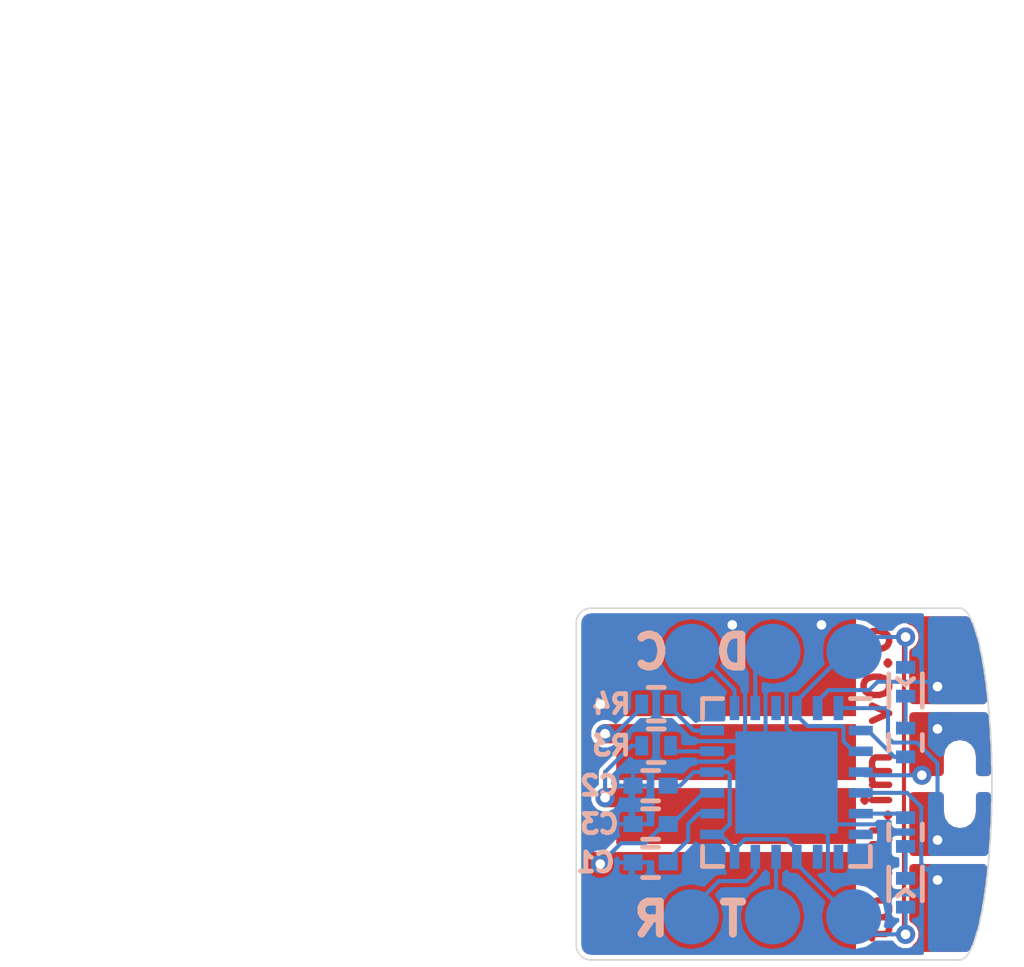
<source format=kicad_pcb>
(kicad_pcb (version 4) (host pcbnew 4.0.2+e4-6225~38~ubuntu14.04.1-stable)

  (general
    (links 42)
    (no_connects 0)
    (area -14.081363 -3.0266 139.257141 44.375)
    (thickness 1.6)
    (drawings 174)
    (tracks 211)
    (zones 0)
    (modules 16)
    (nets 25)
  )

  (page User 200 150.012)
  (title_block
    (title "Tomu, I'm")
    (date $Id$)
    (company "Tim 'mithro' Ansell <mithro@mithis.com>")
    (comment 1 "License: CC-BY-SA 4.0 or TAPR")
    (comment 2 http://tomu.im)
    (comment 3 https://github.com/mithro/tomu)
  )

  (layers
    (0 F.Cu signal)
    (31 B.Cu signal)
    (32 B.Adhes user hide)
    (33 F.Adhes user hide)
    (34 B.Paste user hide)
    (35 F.Paste user hide)
    (36 B.SilkS user)
    (37 F.SilkS user)
    (38 B.Mask user hide)
    (39 F.Mask user)
    (40 Dwgs.User user hide)
    (41 Cmts.User user hide)
    (42 Eco1.User user hide)
    (43 Eco2.User user hide)
    (44 Edge.Cuts user)
    (45 Margin user hide)
    (46 B.CrtYd user hide)
    (47 F.CrtYd user hide)
    (48 B.Fab user hide)
    (49 F.Fab user hide)
  )

  (setup
    (last_trace_width 0.127)
    (user_trace_width 0.0254)
    (user_trace_width 0.1016)
    (user_trace_width 0.127)
    (user_trace_width 0.2032)
    (user_trace_width 0.254)
    (user_trace_width 0.3048)
    (trace_clearance 0.1016)
    (zone_clearance 0)
    (zone_45_only no)
    (trace_min 0.0254)
    (segment_width 0.1)
    (edge_width 0.15)
    (via_size 0.6)
    (via_drill 0.3)
    (via_min_size 0.4)
    (via_min_drill 0.3)
    (uvia_size 0.3)
    (uvia_drill 0.1)
    (uvias_allowed no)
    (uvia_min_size 0.2)
    (uvia_min_drill 0.1)
    (pcb_text_width 0.3)
    (pcb_text_size 1.5 1.5)
    (mod_edge_width 0.15)
    (mod_text_size 1 1)
    (mod_text_width 0.15)
    (pad_size 2.5 0.8)
    (pad_drill 2.5)
    (pad_to_mask_clearance 0.1)
    (solder_mask_min_width 0.1)
    (aux_axis_origin 0 0)
    (visible_elements FFFFFF7F)
    (pcbplotparams
      (layerselection 0x010f0_80000001)
      (usegerberextensions true)
      (excludeedgelayer true)
      (linewidth 0.100000)
      (plotframeref false)
      (viasonmask false)
      (mode 1)
      (useauxorigin false)
      (hpglpennumber 1)
      (hpglpenspeed 20)
      (hpglpendiameter 15)
      (hpglpenoverlay 2)
      (psnegative false)
      (psa4output false)
      (plotreference true)
      (plotvalue true)
      (plotinvisibletext false)
      (padsonsilk false)
      (subtractmaskfromsilk false)
      (outputformat 1)
      (mirror false)
      (drillshape 0)
      (scaleselection 1)
      (outputdirectory gerber/))
  )

  (net 0 "")
  (net 1 GND)
  (net 2 +3V3)
  (net 3 /USB_5V)
  (net 4 "Net-(D1-Pad1)")
  (net 5 "Net-(D2-Pad1)")
  (net 6 /DBG_SWDIO)
  (net 7 /DBG_SWCLK)
  (net 8 /USB_D+)
  (net 9 /USB_D-)
  (net 10 "Net-(U1-Pad7)")
  (net 11 "Net-(U1-Pad21)")
  (net 12 /DEC)
  (net 13 /LED1)
  (net 14 /LED0)
  (net 15 /RUSB_D+)
  (net 16 /RUSB_D-)
  (net 17 /CAP0A)
  (net 18 /CAP1A)
  (net 19 /CAP0B)
  (net 20 /CAP1B)
  (net 21 /LEU0_RX)
  (net 22 /LEU0_TX)
  (net 23 "Net-(U1-Pad6)")
  (net 24 "Net-(U1-Pad8)")

  (net_class Default "This is the default net class."
    (clearance 0.1016)
    (trace_width 0.127)
    (via_dia 0.6)
    (via_drill 0.3)
    (uvia_dia 0.3)
    (uvia_drill 0.1)
    (add_net +3V3)
    (add_net /CAP0A)
    (add_net /CAP0B)
    (add_net /CAP1A)
    (add_net /CAP1B)
    (add_net /DBG_SWCLK)
    (add_net /DBG_SWDIO)
    (add_net /DEC)
    (add_net /LED0)
    (add_net /LED1)
    (add_net /LEU0_RX)
    (add_net /LEU0_TX)
    (add_net /RUSB_D+)
    (add_net /RUSB_D-)
    (add_net /USB_5V)
    (add_net /USB_D+)
    (add_net /USB_D-)
    (add_net GND)
    (add_net "Net-(D1-Pad1)")
    (add_net "Net-(D2-Pad1)")
    (add_net "Net-(U1-Pad21)")
    (add_net "Net-(U1-Pad6)")
    (add_net "Net-(U1-Pad7)")
    (add_net "Net-(U1-Pad8)")
  )

  (module Measurement_Points:Measurement_Point_Round-TH_Small (layer F.Cu) (tedit 579CC173) (tstamp 579CB3F9)
    (at 0 0)
    (descr "Mesurement Point, Square, Trough Hole,  DM 1.5mm, Drill 0.8mm,")
    (tags "Mesurement Point Round Trough Hole 1.5mm Drill 0.8mm")
    (attr virtual)
    (fp_text reference REF** (at 0 -2) (layer F.SilkS) hide
      (effects (font (size 1 1) (thickness 0.15)))
    )
    (fp_text value Measurement_Point_Round-TH_Small (at 0 2) (layer F.Fab) hide
      (effects (font (size 1 1) (thickness 0.15)))
    )
    (fp_circle (center 0 0) (end 1 0) (layer F.CrtYd) (width 0.05))
    (fp_poly (pts (xy 28.5 22.75) (xy 30.25 22.75) (xy 30.25 18.5) (xy 28.5 18.5)
      (xy 28.5 22.75)) (layer B.Mask) (width 0.1))
    (fp_poly (pts (xy 28.5 28.5) (xy 28.5 24) (xy 30.25 24) (xy 30.25 28.5)
      (xy 28.5 28.5)) (layer B.Mask) (width 0.1))
    (fp_poly (pts (xy 27.75 28.5) (xy 27.75 24) (xy 30.25 24) (xy 30.25 28.5)
      (xy 27.75 28.5)) (layer F.Mask) (width 0.1))
    (fp_poly (pts (xy 30.25 22.75) (xy 30.25 18.5) (xy 27.75 18.5) (xy 27.75 22.75)
      (xy 30.25 22.75)) (layer F.Mask) (width 0.1))
    (pad "" np_thru_hole oval (at 29 23.5 90) (size 2.5 0.8) (drill oval 2.5 0.8) (layers *.Cu))
  )

  (module debug-points (layer B.Cu) (tedit 579C71AA) (tstamp 5798C204)
    (at 18.06 27.65 270)
    (descr "Through hole pin header")
    (tags "pin header")
    (path /5798FD61)
    (fp_text reference P1 (at 0 1.78 270) (layer Dwgs.User)
      (effects (font (size 1 1) (thickness 0.15)))
    )
    (fp_text value USART0 (at 0 3.1 270) (layer B.Fab)
      (effects (font (size 1 1) (thickness 0.15)) (justify mirror))
    )
    (pad 1 smd rect (at 0 0 270) (size 2.032 1.7272) (layers B.Cu B.Paste B.Mask)
      (net 1 GND) (solder_mask_margin -0.25) (zone_connect 2))
    (pad 2 smd oval (at 0 -2.54 270) (size 1.7272 1.7272) (layers B.Cu B.Paste B.Mask)
      (net 21 /LEU0_RX) (solder_mask_margin -0.25) (zone_connect 2))
    (pad 3 smd oval (at 0 -5.08 270) (size 1.7272 1.7272) (layers B.Cu B.Paste B.Mask)
      (net 22 /LEU0_TX) (solder_mask_margin -0.25) (zone_connect 2))
    (pad 4 smd oval (at 0 -7.62 270) (size 1.7272 1.7272) (layers B.Cu B.Paste B.Mask)
      (net 2 +3V3) (solder_mask_margin -0.25) (zone_connect 2))
    (model Pin_Headers.3dshapes/Pin_Header_Angled_1x04.wrl
      (at (xyz 0 -0.15 0))
      (scale (xyz 1 1 1))
      (rotate (xyz 0 0 90))
    )
  )

  (module Resistors_SMD:R_0402 (layer B.Cu) (tedit 579CBFFC) (tstamp 5798C267)
    (at 27.3 25 90)
    (descr "Resistor SMD 0402, reflow soldering, Vishay (see dcrcw.pdf)")
    (tags "resistor 0402")
    (path /5798F38A)
    (attr smd)
    (fp_text reference R2 (at 0 1.8 90) (layer B.SilkS) hide
      (effects (font (size 0.6 0.6) (thickness 0.15)) (justify mirror))
    )
    (fp_text value 75 (at 0 -1.8 90) (layer B.Fab)
      (effects (font (size 1 1) (thickness 0.15)) (justify mirror))
    )
    (fp_line (start -0.95 0.65) (end 0.95 0.65) (layer B.CrtYd) (width 0.05))
    (fp_line (start -0.95 -0.65) (end 0.95 -0.65) (layer B.CrtYd) (width 0.05))
    (fp_line (start -0.95 0.65) (end -0.95 -0.65) (layer B.CrtYd) (width 0.05))
    (fp_line (start 0.95 0.65) (end 0.95 -0.65) (layer B.CrtYd) (width 0.05))
    (fp_line (start 0.25 0.525) (end -0.25 0.525) (layer B.SilkS) (width 0.15))
    (fp_line (start -0.25 -0.525) (end 0.25 -0.525) (layer B.SilkS) (width 0.15))
    (pad 1 smd rect (at -0.45 0 90) (size 0.4 0.6) (layers B.Cu B.Paste B.Mask)
      (net 5 "Net-(D2-Pad1)"))
    (pad 2 smd rect (at 0.45 0 90) (size 0.4 0.6) (layers B.Cu B.Paste B.Mask)
      (net 14 /LED0))
    (model Resistors_SMD.3dshapes/R_0402.wrl
      (at (xyz 0 0 0))
      (scale (xyz 1 1 1))
      (rotate (xyz 0 0 0))
    )
  )

  (module LEDs:LED_0402 (layer B.Cu) (tedit 579CC00C) (tstamp 5798C1BF)
    (at 27.3 20.3 90)
    (descr "LED 0402 smd package")
    (tags "LED led 0402 SMD smd SMT smt smdled SMDLED smtled SMTLED")
    (path /5798F0D5)
    (attr smd)
    (fp_text reference D1 (at 0 1.8 90) (layer B.SilkS) hide
      (effects (font (size 1 1) (thickness 0.15)) (justify mirror))
    )
    (fp_text value LED (at 0 -1.8 90) (layer B.Fab)
      (effects (font (size 1 1) (thickness 0.15)) (justify mirror))
    )
    (fp_line (start -0.1 0) (end 0.1 -0.25) (layer B.SilkS) (width 0.15))
    (fp_line (start 0.1 0.25) (end -0.1 0) (layer B.SilkS) (width 0.15))
    (fp_line (start -0.95 0.65) (end 0.95 0.65) (layer B.CrtYd) (width 0.05))
    (fp_line (start -0.95 -0.65) (end 0.95 -0.65) (layer B.CrtYd) (width 0.05))
    (fp_line (start -0.95 0.65) (end -0.95 -0.65) (layer B.CrtYd) (width 0.05))
    (fp_line (start 0.95 0.65) (end 0.95 -0.65) (layer B.CrtYd) (width 0.05))
    (fp_line (start 0.25 0.525) (end -0.8 0.525) (layer B.SilkS) (width 0.15))
    (fp_line (start 0.25 -0.525) (end -0.8 -0.525) (layer B.SilkS) (width 0.15))
    (pad 1 smd rect (at -0.45 0 90) (size 0.4 0.6) (layers B.Cu B.Paste B.Mask)
      (net 4 "Net-(D1-Pad1)"))
    (pad 2 smd rect (at 0.45 0 90) (size 0.4 0.6) (layers B.Cu B.Paste B.Mask)
      (net 2 +3V3))
    (model LEDs.3dshapes/LED_0402.wrl
      (at (xyz 0 0 0))
      (scale (xyz 1 1 1))
      (rotate (xyz 0 0 180))
    )
  )

  (module Capacitors_SMD:C_0402 (layer B.Cu) (tedit 579C77D3) (tstamp 5798C199)
    (at 19.325 25.95)
    (descr "Capacitor SMD 0402, reflow soldering, AVX (see smccp.pdf)")
    (tags "capacitor 0402")
    (path /5798BCD7)
    (attr smd)
    (fp_text reference C1 (at -1.725 0) (layer B.SilkS)
      (effects (font (size 0.6 0.6) (thickness 0.15)) (justify mirror))
    )
    (fp_text value 1uF (at 0 -1.7) (layer B.Fab)
      (effects (font (size 1 1) (thickness 0.15)) (justify mirror))
    )
    (fp_line (start -1.15 0.6) (end 1.15 0.6) (layer B.CrtYd) (width 0.05))
    (fp_line (start -1.15 -0.6) (end 1.15 -0.6) (layer B.CrtYd) (width 0.05))
    (fp_line (start -1.15 0.6) (end -1.15 -0.6) (layer B.CrtYd) (width 0.05))
    (fp_line (start 1.15 0.6) (end 1.15 -0.6) (layer B.CrtYd) (width 0.05))
    (fp_line (start 0.25 0.475) (end -0.25 0.475) (layer B.SilkS) (width 0.15))
    (fp_line (start -0.25 -0.475) (end 0.25 -0.475) (layer B.SilkS) (width 0.15))
    (pad 1 smd rect (at -0.55 0) (size 0.6 0.5) (layers B.Cu B.Paste B.Mask)
      (net 1 GND))
    (pad 2 smd rect (at 0.55 0) (size 0.6 0.5) (layers B.Cu B.Paste B.Mask)
      (net 12 /DEC))
    (model Capacitors_SMD.3dshapes/C_0402.wrl
      (at (xyz 0 0 0))
      (scale (xyz 1 1 1))
      (rotate (xyz 0 0 0))
    )
  )

  (module Capacitors_SMD:C_0402 (layer B.Cu) (tedit 579C77A2) (tstamp 5798C1A5)
    (at 19.325 23.55 180)
    (descr "Capacitor SMD 0402, reflow soldering, AVX (see smccp.pdf)")
    (tags "capacitor 0402")
    (path /5798B89B)
    (attr smd)
    (fp_text reference C2 (at 1.6 0 180) (layer B.SilkS)
      (effects (font (size 0.6 0.6) (thickness 0.15)) (justify mirror))
    )
    (fp_text value 1uF (at 0 -1.7 180) (layer B.Fab)
      (effects (font (size 1 1) (thickness 0.15)) (justify mirror))
    )
    (fp_line (start -1.15 0.6) (end 1.15 0.6) (layer B.CrtYd) (width 0.05))
    (fp_line (start -1.15 -0.6) (end 1.15 -0.6) (layer B.CrtYd) (width 0.05))
    (fp_line (start -1.15 0.6) (end -1.15 -0.6) (layer B.CrtYd) (width 0.05))
    (fp_line (start 1.15 0.6) (end 1.15 -0.6) (layer B.CrtYd) (width 0.05))
    (fp_line (start 0.25 0.475) (end -0.25 0.475) (layer B.SilkS) (width 0.15))
    (fp_line (start -0.25 -0.475) (end 0.25 -0.475) (layer B.SilkS) (width 0.15))
    (pad 1 smd rect (at -0.55 0 180) (size 0.6 0.5) (layers B.Cu B.Paste B.Mask)
      (net 2 +3V3))
    (pad 2 smd rect (at 0.55 0 180) (size 0.6 0.5) (layers B.Cu B.Paste B.Mask)
      (net 1 GND))
    (model Capacitors_SMD.3dshapes/C_0402.wrl
      (at (xyz 0 0 0))
      (scale (xyz 1 1 1))
      (rotate (xyz 0 0 0))
    )
  )

  (module Capacitors_SMD:C_0402 (layer B.Cu) (tedit 579C77A9) (tstamp 5798C1B1)
    (at 19.325 24.75 180)
    (descr "Capacitor SMD 0402, reflow soldering, AVX (see smccp.pdf)")
    (tags "capacitor 0402")
    (path /5798BA32)
    (attr smd)
    (fp_text reference C3 (at 1.6 0 180) (layer B.SilkS)
      (effects (font (size 0.6 0.6) (thickness 0.15)) (justify mirror))
    )
    (fp_text value 47uF (at 0 -1.7 180) (layer B.Fab)
      (effects (font (size 1 1) (thickness 0.15)) (justify mirror))
    )
    (fp_line (start -1.15 0.6) (end 1.15 0.6) (layer B.CrtYd) (width 0.05))
    (fp_line (start -1.15 -0.6) (end 1.15 -0.6) (layer B.CrtYd) (width 0.05))
    (fp_line (start -1.15 0.6) (end -1.15 -0.6) (layer B.CrtYd) (width 0.05))
    (fp_line (start 1.15 0.6) (end 1.15 -0.6) (layer B.CrtYd) (width 0.05))
    (fp_line (start 0.25 0.475) (end -0.25 0.475) (layer B.SilkS) (width 0.15))
    (fp_line (start -0.25 -0.475) (end 0.25 -0.475) (layer B.SilkS) (width 0.15))
    (pad 1 smd rect (at -0.55 0 180) (size 0.6 0.5) (layers B.Cu B.Paste B.Mask)
      (net 3 /USB_5V))
    (pad 2 smd rect (at 0.55 0 180) (size 0.6 0.5) (layers B.Cu B.Paste B.Mask)
      (net 1 GND))
    (model Capacitors_SMD.3dshapes/C_0402.wrl
      (at (xyz 0 0 0))
      (scale (xyz 1 1 1))
      (rotate (xyz 0 0 0))
    )
  )

  (module LEDs:LED_0402 (layer B.Cu) (tedit 579CBFF6) (tstamp 5798C1CD)
    (at 27.3 26.9 270)
    (descr "LED 0402 smd package")
    (tags "LED led 0402 SMD smd SMT smt smdled SMDLED smtled SMTLED")
    (path /5798F173)
    (attr smd)
    (fp_text reference D2 (at 0.1 1.325 360) (layer B.SilkS) hide
      (effects (font (size 0.6 0.6) (thickness 0.15)) (justify mirror))
    )
    (fp_text value LED (at 0 -1.8 270) (layer B.Fab)
      (effects (font (size 1 1) (thickness 0.15)) (justify mirror))
    )
    (fp_line (start -0.1 0) (end 0.1 -0.25) (layer B.SilkS) (width 0.15))
    (fp_line (start 0.1 0.25) (end -0.1 0) (layer B.SilkS) (width 0.15))
    (fp_line (start -0.95 0.65) (end 0.95 0.65) (layer B.CrtYd) (width 0.05))
    (fp_line (start -0.95 -0.65) (end 0.95 -0.65) (layer B.CrtYd) (width 0.05))
    (fp_line (start -0.95 0.65) (end -0.95 -0.65) (layer B.CrtYd) (width 0.05))
    (fp_line (start 0.95 0.65) (end 0.95 -0.65) (layer B.CrtYd) (width 0.05))
    (fp_line (start 0.25 0.525) (end -0.8 0.525) (layer B.SilkS) (width 0.15))
    (fp_line (start 0.25 -0.525) (end -0.8 -0.525) (layer B.SilkS) (width 0.15))
    (pad 1 smd rect (at -0.45 0 270) (size 0.4 0.6) (layers B.Cu B.Paste B.Mask)
      (net 5 "Net-(D2-Pad1)"))
    (pad 2 smd rect (at 0.45 0 270) (size 0.4 0.6) (layers B.Cu B.Paste B.Mask)
      (net 2 +3V3))
    (model LEDs.3dshapes/LED_0402.wrl
      (at (xyz 0 0 0))
      (scale (xyz 1 1 1))
      (rotate (xyz 0 0 180))
    )
  )

  (module Resistors_SMD:R_0402 (layer B.Cu) (tedit 579CC000) (tstamp 5798C25B)
    (at 27.3 22.2 90)
    (descr "Resistor SMD 0402, reflow soldering, Vishay (see dcrcw.pdf)")
    (tags "resistor 0402")
    (path /5798F3FD)
    (attr smd)
    (fp_text reference R1 (at 0 1.8 90) (layer B.SilkS) hide
      (effects (font (size 0.6 0.6) (thickness 0.15)) (justify mirror))
    )
    (fp_text value 75 (at 0 -1.8 90) (layer B.Fab)
      (effects (font (size 1 1) (thickness 0.15)) (justify mirror))
    )
    (fp_line (start -0.95 0.65) (end 0.95 0.65) (layer B.CrtYd) (width 0.05))
    (fp_line (start -0.95 -0.65) (end 0.95 -0.65) (layer B.CrtYd) (width 0.05))
    (fp_line (start -0.95 0.65) (end -0.95 -0.65) (layer B.CrtYd) (width 0.05))
    (fp_line (start 0.95 0.65) (end 0.95 -0.65) (layer B.CrtYd) (width 0.05))
    (fp_line (start 0.25 0.525) (end -0.25 0.525) (layer B.SilkS) (width 0.15))
    (fp_line (start -0.25 -0.525) (end 0.25 -0.525) (layer B.SilkS) (width 0.15))
    (pad 1 smd rect (at -0.45 0 90) (size 0.4 0.6) (layers B.Cu B.Paste B.Mask)
      (net 13 /LED1))
    (pad 2 smd rect (at 0.45 0 90) (size 0.4 0.6) (layers B.Cu B.Paste B.Mask)
      (net 4 "Net-(D1-Pad1)"))
    (model Resistors_SMD.3dshapes/R_0402.wrl
      (at (xyz 0 0 0))
      (scale (xyz 1 1 1))
      (rotate (xyz 0 0 0))
    )
  )

  (module Resistors_SMD:R_0402 (layer B.Cu) (tedit 579C76C1) (tstamp 5798C273)
    (at 19.5 22.3)
    (descr "Resistor SMD 0402, reflow soldering, Vishay (see dcrcw.pdf)")
    (tags "resistor 0402")
    (path /5798C3BC)
    (attr smd)
    (fp_text reference R3 (at -1.4 0) (layer B.SilkS)
      (effects (font (size 0.6 0.6) (thickness 0.15)) (justify mirror))
    )
    (fp_text value 15 (at 0 -1.8) (layer B.Fab)
      (effects (font (size 1 1) (thickness 0.15)) (justify mirror))
    )
    (fp_line (start -0.95 0.65) (end 0.95 0.65) (layer B.CrtYd) (width 0.05))
    (fp_line (start -0.95 -0.65) (end 0.95 -0.65) (layer B.CrtYd) (width 0.05))
    (fp_line (start -0.95 0.65) (end -0.95 -0.65) (layer B.CrtYd) (width 0.05))
    (fp_line (start 0.95 0.65) (end 0.95 -0.65) (layer B.CrtYd) (width 0.05))
    (fp_line (start 0.25 0.525) (end -0.25 0.525) (layer B.SilkS) (width 0.15))
    (fp_line (start -0.25 -0.525) (end 0.25 -0.525) (layer B.SilkS) (width 0.15))
    (pad 1 smd rect (at -0.45 0) (size 0.4 0.6) (layers B.Cu B.Paste B.Mask)
      (net 9 /USB_D-))
    (pad 2 smd rect (at 0.45 0) (size 0.4 0.6) (layers B.Cu B.Paste B.Mask)
      (net 16 /RUSB_D-))
    (model Resistors_SMD.3dshapes/R_0402.wrl
      (at (xyz 0 0 0))
      (scale (xyz 1 1 1))
      (rotate (xyz 0 0 0))
    )
  )

  (module Resistors_SMD:R_0402 (layer B.Cu) (tedit 579C7699) (tstamp 5798C27F)
    (at 19.5 21)
    (descr "Resistor SMD 0402, reflow soldering, Vishay (see dcrcw.pdf)")
    (tags "resistor 0402")
    (path /5798C529)
    (attr smd)
    (fp_text reference R4 (at -1.4 0) (layer B.SilkS)
      (effects (font (size 0.6 0.6) (thickness 0.15)) (justify mirror))
    )
    (fp_text value 15 (at 0 -1.8) (layer B.Fab)
      (effects (font (size 1 1) (thickness 0.15)) (justify mirror))
    )
    (fp_line (start -0.95 0.65) (end 0.95 0.65) (layer B.CrtYd) (width 0.05))
    (fp_line (start -0.95 -0.65) (end 0.95 -0.65) (layer B.CrtYd) (width 0.05))
    (fp_line (start -0.95 0.65) (end -0.95 -0.65) (layer B.CrtYd) (width 0.05))
    (fp_line (start 0.95 0.65) (end 0.95 -0.65) (layer B.CrtYd) (width 0.05))
    (fp_line (start 0.25 0.525) (end -0.25 0.525) (layer B.SilkS) (width 0.15))
    (fp_line (start -0.25 -0.525) (end 0.25 -0.525) (layer B.SilkS) (width 0.15))
    (pad 1 smd rect (at -0.45 0) (size 0.4 0.6) (layers B.Cu B.Paste B.Mask)
      (net 8 /USB_D+))
    (pad 2 smd rect (at 0.45 0) (size 0.4 0.6) (layers B.Cu B.Paste B.Mask)
      (net 15 /RUSB_D+))
    (model Resistors_SMD.3dshapes/R_0402.wrl
      (at (xyz 0 0 0))
      (scale (xyz 1 1 1))
      (rotate (xyz 0 0 0))
    )
  )

  (module usb-pcb:debug-points (layer B.Cu) (tedit 579C71AA) (tstamp 5798C23B)
    (at 18.07 19.35 270)
    (descr "Through hole pin header")
    (tags "pin header")
    (path /5798E965)
    (fp_text reference P2 (at 0.03 1.82 270) (layer Dwgs.User)
      (effects (font (size 1 1) (thickness 0.15)))
    )
    (fp_text value DEBUG (at 0 3.1 270) (layer B.Fab)
      (effects (font (size 1 1) (thickness 0.15)) (justify mirror))
    )
    (pad 1 smd rect (at 0 0 270) (size 2.032 1.7272) (layers B.Cu B.Paste B.Mask)
      (net 1 GND) (solder_mask_margin -0.25) (zone_connect 2))
    (pad 2 smd oval (at 0 -2.54 270) (size 1.7272 1.7272) (layers B.Cu B.Paste B.Mask)
      (net 7 /DBG_SWCLK) (solder_mask_margin -0.25) (zone_connect 2))
    (pad 3 smd oval (at 0 -5.08 270) (size 1.7272 1.7272) (layers B.Cu B.Paste B.Mask)
      (net 6 /DBG_SWDIO) (solder_mask_margin -0.25) (zone_connect 2))
    (pad 4 smd oval (at 0 -7.62 270) (size 1.7272 1.7272) (layers B.Cu B.Paste B.Mask)
      (net 2 +3V3) (solder_mask_margin -0.25) (zone_connect 2))
    (model Pin_Headers.3dshapes/Pin_Header_Angled_1x04.wrl
      (at (xyz 0 -0.15 0))
      (scale (xyz 1 1 1))
      (rotate (xyz 0 0 90))
    )
  )

  (module Housings_DFN_QFN:QFN-24-1EP_5x5mm_Pitch0.65mm (layer B.Cu) (tedit 579CBFE5) (tstamp 5798C2AA)
    (at 23.575 23.45 180)
    (descr "UH Package; 24-Lead Plastic QFN (5mm x 5mm); (see Linear Technology (UH24) QFN 05-08-1747 Rev A.pdf)")
    (tags "QFN 0.65")
    (path /5798B6D7)
    (attr smd)
    (fp_text reference U1 (at 0 3.7 180) (layer B.SilkS) hide
      (effects (font (size 1 1) (thickness 0.15)) (justify mirror))
    )
    (fp_text value EFM32HG309 (at 0 -3.7 180) (layer B.Fab)
      (effects (font (size 1 1) (thickness 0.15)) (justify mirror))
    )
    (fp_line (start -2.95 2.95) (end -2.95 -2.95) (layer B.CrtYd) (width 0.05))
    (fp_line (start 2.95 2.95) (end 2.95 -2.95) (layer B.CrtYd) (width 0.05))
    (fp_line (start -2.95 2.95) (end 2.95 2.95) (layer B.CrtYd) (width 0.05))
    (fp_line (start -2.95 -2.95) (end 2.95 -2.95) (layer B.CrtYd) (width 0.05))
    (fp_line (start 2.625 2.625) (end 2.625 2) (layer B.SilkS) (width 0.15))
    (fp_line (start -2.625 -2.625) (end -2.625 -2) (layer B.SilkS) (width 0.15))
    (fp_line (start 2.625 -2.625) (end 2.625 -2) (layer B.SilkS) (width 0.15))
    (fp_line (start -2.625 2.625) (end -2 2.625) (layer B.SilkS) (width 0.15))
    (fp_line (start -2.625 -2.625) (end -2 -2.625) (layer B.SilkS) (width 0.15))
    (fp_line (start 2.625 -2.625) (end 2 -2.625) (layer B.SilkS) (width 0.15))
    (fp_line (start 2.625 2.625) (end 2 2.625) (layer B.SilkS) (width 0.15))
    (pad 1 smd rect (at -2.325 1.625 180) (size 0.75 0.3) (layers B.Cu B.Paste B.Mask)
      (net 13 /LED1))
    (pad 2 smd rect (at -2.325 0.975 180) (size 0.75 0.3) (layers B.Cu B.Paste B.Mask)
      (net 2 +3V3))
    (pad 3 smd rect (at -2.325 0.325 180) (size 0.75 0.3) (layers B.Cu B.Paste B.Mask)
      (net 17 /CAP0A))
    (pad 4 smd rect (at -2.325 -0.325 180) (size 0.75 0.3) (layers B.Cu B.Paste B.Mask)
      (net 18 /CAP1A))
    (pad 5 smd rect (at -2.325 -0.975 180) (size 0.75 0.3) (layers B.Cu B.Paste B.Mask)
      (net 14 /LED0))
    (pad 6 smd rect (at -2.325 -1.625 180) (size 0.75 0.3) (layers B.Cu B.Paste B.Mask)
      (net 23 "Net-(U1-Pad6)"))
    (pad 7 smd rect (at -1.625 -2.325 90) (size 0.75 0.3) (layers B.Cu B.Paste B.Mask)
      (net 10 "Net-(U1-Pad7)"))
    (pad 8 smd rect (at -0.975 -2.325 90) (size 0.75 0.3) (layers B.Cu B.Paste B.Mask)
      (net 24 "Net-(U1-Pad8)"))
    (pad 9 smd rect (at -0.325 -2.325 90) (size 0.75 0.3) (layers B.Cu B.Paste B.Mask)
      (net 2 +3V3))
    (pad 10 smd rect (at 0.325 -2.325 90) (size 0.75 0.3) (layers B.Cu B.Paste B.Mask)
      (net 22 /LEU0_TX))
    (pad 11 smd rect (at 0.975 -2.325 90) (size 0.75 0.3) (layers B.Cu B.Paste B.Mask)
      (net 21 /LEU0_RX))
    (pad 12 smd rect (at 1.625 -2.325 90) (size 0.75 0.3) (layers B.Cu B.Paste B.Mask)
      (net 2 +3V3))
    (pad 13 smd rect (at 2.325 -1.625 180) (size 0.75 0.3) (layers B.Cu B.Paste B.Mask)
      (net 2 +3V3))
    (pad 14 smd rect (at 2.325 -0.975 180) (size 0.75 0.3) (layers B.Cu B.Paste B.Mask)
      (net 12 /DEC))
    (pad 15 smd rect (at 2.325 -0.325 180) (size 0.75 0.3) (layers B.Cu B.Paste B.Mask)
      (net 3 /USB_5V))
    (pad 16 smd rect (at 2.325 0.325 180) (size 0.75 0.3) (layers B.Cu B.Paste B.Mask)
      (net 2 +3V3))
    (pad 17 smd rect (at 2.325 0.975 180) (size 0.75 0.3) (layers B.Cu B.Paste B.Mask)
      (net 16 /RUSB_D-))
    (pad 18 smd rect (at 2.325 1.625 180) (size 0.75 0.3) (layers B.Cu B.Paste B.Mask)
      (net 15 /RUSB_D+))
    (pad 19 smd rect (at 1.625 2.325 90) (size 0.75 0.3) (layers B.Cu B.Paste B.Mask)
      (net 7 /DBG_SWCLK))
    (pad 20 smd rect (at 0.975 2.325 90) (size 0.75 0.3) (layers B.Cu B.Paste B.Mask)
      (net 6 /DBG_SWDIO))
    (pad 21 smd rect (at 0.325 2.325 90) (size 0.75 0.3) (layers B.Cu B.Paste B.Mask)
      (net 11 "Net-(U1-Pad21)"))
    (pad 22 smd rect (at -0.325 2.325 90) (size 0.75 0.3) (layers B.Cu B.Paste B.Mask)
      (net 2 +3V3))
    (pad 23 smd rect (at -0.975 2.325 90) (size 0.75 0.3) (layers B.Cu B.Paste B.Mask)
      (net 19 /CAP0B))
    (pad 24 smd rect (at -1.625 2.325 90) (size 0.75 0.3) (layers B.Cu B.Paste B.Mask)
      (net 20 /CAP1B))
    (pad 25 smd rect (at 0.8 -0.8 180) (size 1.6 1.6) (layers B.Cu B.Paste B.Mask)
      (net 1 GND) (solder_paste_margin_ratio -0.2))
    (pad 25 smd rect (at 0.8 0.8 180) (size 1.6 1.6) (layers B.Cu B.Paste B.Mask)
      (net 1 GND) (solder_paste_margin_ratio -0.2))
    (pad 25 smd rect (at -0.8 -0.8 180) (size 1.6 1.6) (layers B.Cu B.Paste B.Mask)
      (net 1 GND) (solder_paste_margin_ratio -0.2))
    (pad 25 smd rect (at -0.8 0.8 180) (size 1.6 1.6) (layers B.Cu B.Paste B.Mask)
      (net 1 GND) (solder_paste_margin_ratio -0.2))
    (model Housings_DFN_QFN.3dshapes/QFN-24-1EP_5x5mm_Pitch0.65mm.wrl
      (at (xyz 0 0 0))
      (scale (xyz 1 1 1))
      (rotate (xyz 0 0 0))
    )
  )

  (module usb-pcb:minimal-points (layer B.Cu) (tedit 579CB616) (tstamp 5798C2C0)
    (at 28.5 21 270)
    (descr "Resistor SMD 0402, reflow soldering, Vishay (see dcrcw.pdf)")
    (tags "resistor 0402")
    (path /57990318)
    (attr smd)
    (fp_text reference W1 (at 0 1.8 270) (layer Dwgs.User)
      (effects (font (size 1 1) (thickness 0.15)))
    )
    (fp_text value CAP0 (at 0 -1.8 270) (layer Dwgs.User)
      (effects (font (size 1 1) (thickness 0.15)))
    )
    (pad 1 smd rect (at -0.45 0 270) (size 0.4 0.6) (layers B.Cu)
      (net 19 /CAP0B))
    (pad 2 smd rect (at 0.45 0 270) (size 0.4 0.6) (layers B.Cu)
      (net 17 /CAP0A))
    (model Resistors_SMD.3dshapes/R_0402.wrl
      (at (xyz 0 0 0))
      (scale (xyz 1 1 1))
      (rotate (xyz 0 0 0))
    )
  )

  (module usb-pcb:minimal-points (layer B.Cu) (tedit 579CB616) (tstamp 5798C2D6)
    (at 28.5 25.75 270)
    (descr "Resistor SMD 0402, reflow soldering, Vishay (see dcrcw.pdf)")
    (tags "resistor 0402")
    (path /57990582)
    (attr smd)
    (fp_text reference W2 (at 0 1.8 270) (layer Dwgs.User)
      (effects (font (size 1 1) (thickness 0.15)))
    )
    (fp_text value CAP1 (at 0 -1.8 270) (layer Dwgs.User)
      (effects (font (size 1 1) (thickness 0.15)))
    )
    (pad 1 smd rect (at -0.45 0 270) (size 0.4 0.6) (layers B.Cu)
      (net 20 /CAP1B))
    (pad 2 smd rect (at 0.45 0 270) (size 0.4 0.6) (layers B.Cu)
      (net 18 /CAP1A))
    (model Resistors_SMD.3dshapes/R_0402.wrl
      (at (xyz 0 0 0))
      (scale (xyz 1 1 1))
      (rotate (xyz 0 0 0))
    )
  )

  (module usb-pcb:USB-PCB (layer F.Cu) (tedit 579DB13B) (tstamp 5798C24F)
    (at 17 29)
    (path /5798BECB)
    (fp_text reference P3 (at 2 2.5) (layer Cmts.User)
      (effects (font (size 1 1) (thickness 0.15)))
    )
    (fp_text value USB_PCB (at 3.5 1) (layer F.Fab)
      (effects (font (size 1 1) (thickness 0.15)))
    )
    (fp_text user + (at 9.46 -6.43 90) (layer Dwgs.User)
      (effects (font (size 1 1) (thickness 0.15)))
    )
    (fp_text user 5V (at 9.5 -1.925 90) (layer Dwgs.User)
      (effects (font (size 1 1) (thickness 0.15)))
    )
    (fp_line (start 0 -11) (end 0 -13) (layer Cmts.User) (width 0.05))
    (fp_line (start 0 -12) (end 0.5 -11.5) (layer Cmts.User) (width 0.05))
    (fp_line (start 0 -12) (end 0.5 -12.5) (layer Cmts.User) (width 0.05))
    (fp_line (start 12 -12) (end 0 -12) (layer Cmts.User) (width 0.05))
    (fp_line (start 11.5 -11.5) (end 12 -12) (layer Cmts.User) (width 0.05))
    (fp_line (start 12 -12) (end 11.5 -11.5) (layer Cmts.User) (width 0.05))
    (fp_line (start 11.5 -12.5) (end 12 -12) (layer Cmts.User) (width 0.05))
    (fp_line (start 12 -12) (end 11.5 -12.5) (layer Cmts.User) (width 0.05))
    (fp_line (start 12 -11) (end 12 -13) (layer Cmts.User) (width 0.05))
    (fp_text user 12.00mm (at 6 -12.5) (layer Cmts.User)
      (effects (font (size 1 1) (thickness 0.05)))
    )
    (fp_line (start 12 0) (end 12 -11) (layer Dwgs.User) (width 0.05))
    (fp_line (start 12 -11) (end 0 -11) (layer Dwgs.User) (width 0.05))
    (fp_line (start 12 0) (end 0 0) (layer Dwgs.User) (width 0.05))
    (fp_line (start 0 0) (end 0 -11) (layer Dwgs.User) (width 0.05))
    (fp_line (start 13.5 0) (end 13.5 -11) (layer Cmts.User) (width 0.05))
    (fp_line (start 12 -11) (end 14 -11) (layer Cmts.User) (width 0.05))
    (fp_line (start 13.5 -11) (end 13 -10.5) (layer Cmts.User) (width 0.05))
    (fp_line (start 13.5 -11) (end 14 -10.5) (layer Cmts.User) (width 0.05))
    (fp_line (start 12 0) (end 14 0) (layer Cmts.User) (width 0.05))
    (fp_text user 11.00mm (at 13 -5 90) (layer Cmts.User)
      (effects (font (size 1 1) (thickness 0.05)))
    )
    (fp_line (start 13.5 0) (end 14 -0.5) (layer Cmts.User) (width 0.05))
    (fp_line (start 13 -0.5) (end 13.5 0) (layer Cmts.User) (width 0.05))
    (fp_line (start 13.5 0) (end 13 -0.5) (layer Cmts.User) (width 0.05))
    (fp_line (start 14 -0.5) (end 13.5 0) (layer Cmts.User) (width 0.05))
    (fp_line (start -1 -7.5) (end -0.5 -8) (layer Cmts.User) (width 0.05))
    (fp_line (start -1 -11) (end -1 -7.5) (layer Cmts.User) (width 0.05))
    (fp_line (start -1 -11) (end -0.5 -10.5) (layer Cmts.User) (width 0.05))
    (fp_line (start -1.5 -10.5) (end -1 -11) (layer Cmts.User) (width 0.05))
    (fp_line (start -0.5 -10.5) (end -1 -11) (layer Cmts.User) (width 0.05))
    (fp_line (start -1 -11) (end -1.5 -10.5) (layer Cmts.User) (width 0.05))
    (fp_line (start -1 -7.5) (end -1.5 -8) (layer Cmts.User) (width 0.05))
    (fp_line (start 0 -11) (end -2 -11) (layer Cmts.User) (width 0.05))
    (fp_line (start 0 -7.5) (end -2 -7.5) (layer Cmts.User) (width 0.05))
    (fp_line (start -1 0) (end -0.5 -0.5) (layer Cmts.User) (width 0.05))
    (fp_text user 3.50mm (at -1.5 -2 90) (layer Cmts.User)
      (effects (font (size 0.25 0.14) (thickness 0.035)))
    )
    (fp_line (start -1 -3.5) (end -1 0) (layer Cmts.User) (width 0.05))
    (fp_line (start -1 0) (end -1.5 -0.5) (layer Cmts.User) (width 0.05))
    (fp_line (start -1 -3.5) (end -1.5 -3) (layer Cmts.User) (width 0.05))
    (fp_line (start -1.5 -3) (end -1 -3.5) (layer Cmts.User) (width 0.05))
    (fp_line (start -1 -3.5) (end -0.5 -3) (layer Cmts.User) (width 0.05))
    (fp_line (start -0.5 -3) (end -1 -3.5) (layer Cmts.User) (width 0.05))
    (fp_line (start 0 -3.5) (end -2 -3.5) (layer Cmts.User) (width 0.05))
    (fp_line (start 0 0) (end -2 0) (layer Cmts.User) (width 0.05))
    (fp_line (start -0.5 -5) (end -1 -5.5) (layer Cmts.User) (width 0.05))
    (fp_line (start -1 -5.5) (end -1.5 -5) (layer Cmts.User) (width 0.05))
    (fp_line (start -1.5 -5) (end -1 -5.5) (layer Cmts.User) (width 0.05))
    (fp_line (start -1 -5.5) (end -0.5 -5) (layer Cmts.User) (width 0.05))
    (fp_line (start 0 -5.5) (end -2 -5.5) (layer Cmts.User) (width 0.05))
    (fp_line (start -1 -5.5) (end -1 -3.5) (layer Cmts.User) (width 0.05))
    (fp_line (start -1 -3.5) (end -1.5 -4) (layer Cmts.User) (width 0.05))
    (fp_line (start -1 -3.5) (end -0.5 -4) (layer Cmts.User) (width 0.05))
    (fp_text user 2.00mm (at -1.5 -4.5 90) (layer Cmts.User)
      (effects (font (size 0.25 0.15) (thickness 0.0375)))
    )
    (fp_text user 2.00mm (at -1.5 -6.5 90) (layer Cmts.User)
      (effects (font (size 0.25 0.15) (thickness 0.0375)))
    )
    (fp_line (start -0.5 -7) (end -1 -7.5) (layer Cmts.User) (width 0.05))
    (fp_line (start -1 -7.5) (end -1.5 -7) (layer Cmts.User) (width 0.05))
    (fp_line (start -1 -7.5) (end -0.5 -7) (layer Cmts.User) (width 0.05))
    (fp_line (start -1.5 -7) (end -1 -7.5) (layer Cmts.User) (width 0.05))
    (fp_line (start -1 -7.5) (end -1 -5.5) (layer Cmts.User) (width 0.05))
    (fp_line (start -1 -5.5) (end -1.5 -6) (layer Cmts.User) (width 0.05))
    (fp_line (start -1 -5.5) (end -0.5 -6) (layer Cmts.User) (width 0.05))
    (fp_text user 3.50mm (at -1.5 -9.5 90) (layer Cmts.User)
      (effects (font (size 0.25 0.14) (thickness 0.035)))
    )
    (fp_poly (pts (xy 0 0) (xy 12 0) (xy 12 -0.25) (xy 0.25 -0.25)
      (xy 0.25 -10.75) (xy 12 -10.75) (xy 12 -11) (xy 0 -11)
      (xy 0 0)) (layer Dwgs.User) (width 0.01))
    (fp_poly (pts (xy 1.5 -3.75) (xy 8.5 -3.75) (xy 8.5 -5.25) (xy 1.5 -5.25)
      (xy 1.5 -3.75)) (layer F.Mask) (width 0.01))
    (fp_poly (pts (xy 8.5 -3.25) (xy 1.5 -3.25) (xy 0.75 -2.5) (xy 0.75 -1.5)
      (xy 1.5 -0.75) (xy 8.5 -0.75) (xy 8.5 -3.25)) (layer F.Mask) (width 0.01))
    (fp_poly (pts (xy 1.5 -5.75) (xy 8.5 -5.75) (xy 8.5 -7.25) (xy 1.5 -7.25)
      (xy 1.5 -5.75)) (layer F.Mask) (width 0.01))
    (fp_poly (pts (xy 8.5 -10.25) (xy 8.5 -7.75) (xy 1.5 -7.75) (xy 0.75 -8.5)
      (xy 0.75 -9.5) (xy 1.5 -10.25) (xy 8.5 -10.25)) (layer F.Mask) (width 0.01))
    (fp_text user - (at 9.44 -4.54 90) (layer Dwgs.User)
      (effects (font (size 1 1) (thickness 0.15)))
    )
    (fp_text user GND (at 9.5 -9.125 90) (layer Dwgs.User)
      (effects (font (size 1 1) (thickness 0.15)))
    )
    (pad 1 connect rect (at 5 -1.8125) (size 7.5 3.125) (layers F.Cu)
      (net 3 /USB_5V) (zone_connect 2))
    (pad 4 connect rect (at 5 -9.1875) (size 7.5 3.125) (layers F.Cu)
      (net 1 GND) (zone_connect 2))
    (pad 2 connect rect (at 5 -4.5) (size 7.5 1.75) (layers F.Cu)
      (net 9 /USB_D-) (zone_connect 2))
    (pad 3 connect rect (at 5 -6.5) (size 7.5 1.75) (layers F.Cu)
      (net 8 /USB_D+) (zone_connect 2))
    (pad 1 connect trapezoid (at 0.75 -1.8125 180) (size 1 2.125) (rect_delta 1 0 ) (layers F.Cu)
      (net 3 /USB_5V) (zone_connect 2))
    (pad 4 connect trapezoid (at 0.75 -9.175 180) (size 1 2.125) (rect_delta 1 0 ) (layers F.Cu)
      (net 1 GND) (zone_connect 2))
    (pad 1 connect rect (at 0.75 -2.875 180) (size 1 1) (layers F.Cu)
      (net 3 /USB_5V))
    (pad 4 connect rect (at 0.75 -8.125 180) (size 1 1) (layers F.Cu)
      (net 1 GND))
  )

  (gr_text "tomu.im v0.0" (at 26.425 23.475 90) (layer F.Cu)
    (effects (font (size 0.8 1) (thickness 0.2)))
  )
  (gr_line (start 21.44 23.99) (end 21.12 23.99) (layer Dwgs.User) (width 0.1016) (tstamp 579C9EFC))
  (gr_line (start 21.44 24.1) (end 21.12 24.1) (layer Dwgs.User) (width 0.1016) (tstamp 579C9EFB))
  (gr_line (start 21.44 24.21) (end 21.12 24.21) (layer Dwgs.User) (width 0.1016) (tstamp 579C9EFA))
  (gr_line (start 21 23.97) (end 20.68 23.97) (layer Dwgs.User) (width 0.127) (tstamp 579C9E93))
  (gr_line (start 21 24.1) (end 20.68 24.1) (layer Dwgs.User) (width 0.127) (tstamp 579C9E92))
  (gr_line (start 21 24.23) (end 20.68 24.23) (layer Dwgs.User) (width 0.127) (tstamp 579C9E91))
  (gr_line (start 21.25 23.45) (end 21.49 23.45) (layer Dwgs.User) (width 0.127) (tstamp 579C9E37))
  (gr_line (start 21.12 23.45) (end 20.8 23.45) (layer Dwgs.User) (width 0.1016) (tstamp 579C9DF4))
  (gr_line (start 21.8 22.36) (end 21.8 22.04) (layer Dwgs.User) (width 0.1016) (tstamp 579C9D3A))
  (gr_line (start 21.69 22.67) (end 21.69 22.35) (layer Dwgs.User) (width 0.127) (tstamp 579C9D34))
  (gr_line (start 21.91 22.67) (end 21.91 22.35) (layer Dwgs.User) (width 0.127) (tstamp 579C9D2C))
  (gr_line (start 21.92 23.2) (end 21.92 22.88) (layer Dwgs.User) (width 0.1016) (tstamp 579C9B17))
  (gr_line (start 21.8 23.19) (end 21.8 22.87) (layer Dwgs.User) (width 0.127) (tstamp 579C9B16))
  (gr_line (start 21.68 23.2) (end 21.68 22.88) (layer Dwgs.User) (width 0.1016) (tstamp 579C9B15))
  (gr_line (start 21.92 23.77) (end 21.92 23.45) (layer Dwgs.User) (width 0.1016) (tstamp 579C9A65))
  (gr_line (start 21.81 23.77) (end 21.81 23.45) (layer Dwgs.User) (width 0.1016) (tstamp 579C9A64))
  (gr_line (start 21.7 23.77) (end 21.7 23.45) (layer Dwgs.User) (width 0.1016) (tstamp 579C9A63))
  (gr_line (start 21.78 24.26) (end 21.78 23.94) (layer Dwgs.User) (width 0.127) (tstamp 579C9747))
  (gr_line (start 21.65 24.26) (end 21.65 23.94) (layer Dwgs.User) (width 0.127) (tstamp 579C9733))
  (gr_line (start 21.91 24.26) (end 21.91 23.94) (layer Dwgs.User) (width 0.127))
  (gr_text D (at 21.9 19.375) (layer B.SilkS) (tstamp 579C7F9B)
    (effects (font (size 1 1) (thickness 0.25)) (justify mirror))
  )
  (gr_text C (at 19.35 19.375) (layer B.SilkS) (tstamp 579C7F8C)
    (effects (font (size 1 1) (thickness 0.25)) (justify mirror))
  )
  (gr_text T (at 21.9 27.725) (layer B.SilkS) (tstamp 579C7F24)
    (effects (font (size 1 1) (thickness 0.25)) (justify mirror))
  )
  (gr_text R (at 19.35 27.725) (layer B.SilkS)
    (effects (font (size 1 1) (thickness 0.25)) (justify mirror))
  )
  (gr_arc (start 17.46 18.46) (end 17 18.47) (angle 90) (layer Edge.Cuts) (width 0.05) (tstamp 579B7A2A))
  (gr_arc (start 17.46 28.54) (end 17.47 29) (angle 90) (layer Edge.Cuts) (width 0.05))
  (gr_line (start 17 18.48) (end 17 28.53) (layer Edge.Cuts) (width 0.05))
  (gr_line (start 29 18) (end 17.46 18) (layer Edge.Cuts) (width 0.05))
  (gr_line (start 17.46 29) (end 29 29) (layer Edge.Cuts) (width 0.05))
  (gr_arc (start 43.5 23.5) (end 43.5 18) (angle 180) (layer Dwgs.User) (width 0.1))
  (gr_text "UFQFPN32\n - STM32F042x4 \n - STM32L442KC\n\n24-QFN\n- Silicon Labs \n  - EFM32HG308\n  - EFM32HG350\n\n- NXP - MKL27Z32Vxx4" (at 110.75 32.375) (layer Dwgs.User)
    (effects (font (size 1.5 1.5) (thickness 0.3)) (justify left))
  )
  (gr_line (start 55.45 24) (end 55.45 25.5) (layer Dwgs.User) (width 0.1) (tstamp 579848B2))
  (gr_line (start 55.45 25.5) (end 52.45 25.5) (layer Dwgs.User) (width 0.1) (tstamp 579848B1))
  (gr_line (start 52.45 25.5) (end 52.45 24) (layer Dwgs.User) (width 0.1) (tstamp 579848B0))
  (gr_line (start 52.45 24) (end 55.45 24) (layer Dwgs.User) (width 0.1) (tstamp 579848AF))
  (gr_line (start 55.45 26) (end 55.45 28) (layer Dwgs.User) (width 0.1) (tstamp 57984879))
  (gr_line (start 55.45 28) (end 52.45 28) (layer Dwgs.User) (width 0.1) (tstamp 57984878))
  (gr_line (start 52.45 28) (end 52.45 26) (layer Dwgs.User) (width 0.1) (tstamp 57984877))
  (gr_line (start 52.45 26) (end 55.45 26) (layer Dwgs.User) (width 0.1) (tstamp 57984876))
  (gr_line (start 18 28.025) (end 29 28.025) (layer Dwgs.User) (width 0.1))
  (gr_line (start 18 19.025) (end 18 28.025) (layer Dwgs.User) (width 0.1))
  (gr_line (start 29 19.025) (end 18 19.025) (layer Dwgs.User) (width 0.1))
  (gr_line (start 43.5 18) (end 43.5 29) (layer Dwgs.User) (width 0.1))
  (gr_line (start 17 29) (end 29 29) (layer Dwgs.User) (width 0.0254))
  (gr_line (start 17 18) (end 17 29) (layer Dwgs.User) (width 0.0254))
  (gr_line (start 30 23.5) (end 30 23.37) (layer Edge.Cuts) (width 0.05))
  (gr_line (start 30 23.37) (end 30 23.23) (layer Edge.Cuts) (width 0.05))
  (gr_line (start 30 23.23) (end 30 23.1) (layer Edge.Cuts) (width 0.05))
  (gr_line (start 30 23.1) (end 30 22.96) (layer Edge.Cuts) (width 0.05))
  (gr_line (start 30 22.96) (end 29.99 22.83) (layer Edge.Cuts) (width 0.05))
  (gr_line (start 29.99 22.83) (end 29.99 22.69) (layer Edge.Cuts) (width 0.05))
  (gr_line (start 29.99 22.69) (end 29.99 22.56) (layer Edge.Cuts) (width 0.05))
  (gr_line (start 29.99 22.56) (end 29.98 22.43) (layer Edge.Cuts) (width 0.05))
  (gr_line (start 29.98 22.43) (end 29.98 22.29) (layer Edge.Cuts) (width 0.05))
  (gr_line (start 29.98 22.29) (end 29.97 22.16) (layer Edge.Cuts) (width 0.05))
  (gr_line (start 29.97 22.16) (end 29.96 22.03) (layer Edge.Cuts) (width 0.05))
  (gr_line (start 29.96 22.03) (end 29.96 21.9) (layer Edge.Cuts) (width 0.05))
  (gr_line (start 29.96 21.9) (end 29.95 21.77) (layer Edge.Cuts) (width 0.05))
  (gr_line (start 29.95 21.77) (end 29.94 21.65) (layer Edge.Cuts) (width 0.05))
  (gr_line (start 29.94 21.65) (end 29.93 21.52) (layer Edge.Cuts) (width 0.05))
  (gr_line (start 29.93 21.52) (end 29.92 21.4) (layer Edge.Cuts) (width 0.05))
  (gr_line (start 29.92 21.4) (end 29.91 21.27) (layer Edge.Cuts) (width 0.05))
  (gr_line (start 29.91 21.27) (end 29.9 21.15) (layer Edge.Cuts) (width 0.05))
  (gr_line (start 29.9 21.15) (end 29.89 21.03) (layer Edge.Cuts) (width 0.05))
  (gr_line (start 29.89 21.03) (end 29.88 20.91) (layer Edge.Cuts) (width 0.05))
  (gr_line (start 29.88 20.91) (end 29.87 20.79) (layer Edge.Cuts) (width 0.05))
  (gr_line (start 29.87 20.79) (end 29.86 20.67) (layer Edge.Cuts) (width 0.05))
  (gr_line (start 29.86 20.67) (end 29.84 20.56) (layer Edge.Cuts) (width 0.05))
  (gr_line (start 29.84 20.56) (end 29.83 20.44) (layer Edge.Cuts) (width 0.05))
  (gr_line (start 29.83 20.44) (end 29.82 20.33) (layer Edge.Cuts) (width 0.05))
  (gr_line (start 29.82 20.33) (end 29.8 20.22) (layer Edge.Cuts) (width 0.05))
  (gr_line (start 29.8 20.22) (end 29.79 20.12) (layer Edge.Cuts) (width 0.05))
  (gr_line (start 29.79 20.12) (end 29.77 20.01) (layer Edge.Cuts) (width 0.05))
  (gr_line (start 29.77 20.01) (end 29.76 19.91) (layer Edge.Cuts) (width 0.05))
  (gr_line (start 29.76 19.91) (end 29.74 19.81) (layer Edge.Cuts) (width 0.05))
  (gr_line (start 29.74 19.81) (end 29.72 19.71) (layer Edge.Cuts) (width 0.05))
  (gr_line (start 29.72 19.71) (end 29.71 19.61) (layer Edge.Cuts) (width 0.05))
  (gr_line (start 29.71 19.61) (end 29.69 19.52) (layer Edge.Cuts) (width 0.05))
  (gr_line (start 29.69 19.52) (end 29.67 19.42) (layer Edge.Cuts) (width 0.05))
  (gr_line (start 29.67 19.42) (end 29.65 19.34) (layer Edge.Cuts) (width 0.05))
  (gr_line (start 29.65 19.34) (end 29.63 19.25) (layer Edge.Cuts) (width 0.05))
  (gr_line (start 29.63 19.25) (end 29.62 19.16) (layer Edge.Cuts) (width 0.05))
  (gr_line (start 29.62 19.16) (end 29.6 19.08) (layer Edge.Cuts) (width 0.05))
  (gr_line (start 29.6 19.08) (end 29.58 19) (layer Edge.Cuts) (width 0.05))
  (gr_line (start 29.58 19) (end 29.56 18.93) (layer Edge.Cuts) (width 0.05))
  (gr_line (start 29.56 18.93) (end 29.53 18.85) (layer Edge.Cuts) (width 0.05))
  (gr_line (start 29.53 18.85) (end 29.51 18.78) (layer Edge.Cuts) (width 0.05))
  (gr_line (start 29.51 18.78) (end 29.49 18.71) (layer Edge.Cuts) (width 0.05))
  (gr_line (start 29.49 18.71) (end 29.47 18.65) (layer Edge.Cuts) (width 0.05))
  (gr_line (start 29.47 18.65) (end 29.45 18.59) (layer Edge.Cuts) (width 0.05))
  (gr_line (start 29.45 18.59) (end 29.43 18.53) (layer Edge.Cuts) (width 0.05))
  (gr_line (start 29.43 18.53) (end 29.41 18.47) (layer Edge.Cuts) (width 0.05))
  (gr_line (start 29.41 18.47) (end 29.38 18.42) (layer Edge.Cuts) (width 0.05))
  (gr_line (start 29.38 18.42) (end 29.36 18.37) (layer Edge.Cuts) (width 0.05))
  (gr_line (start 29.36 18.37) (end 29.34 18.32) (layer Edge.Cuts) (width 0.05))
  (gr_line (start 29.34 18.32) (end 29.31 18.28) (layer Edge.Cuts) (width 0.05))
  (gr_line (start 29.31 18.28) (end 29.29 18.24) (layer Edge.Cuts) (width 0.05))
  (gr_line (start 29.29 18.24) (end 29.27 18.2) (layer Edge.Cuts) (width 0.05))
  (gr_line (start 29.27 18.2) (end 29.24 18.16) (layer Edge.Cuts) (width 0.05))
  (gr_line (start 29.24 18.16) (end 29.22 18.13) (layer Edge.Cuts) (width 0.05))
  (gr_line (start 29.22 18.13) (end 29.2 18.11) (layer Edge.Cuts) (width 0.05))
  (gr_line (start 29.2 18.11) (end 29.17 18.08) (layer Edge.Cuts) (width 0.05))
  (gr_line (start 29.17 18.08) (end 29.15 18.06) (layer Edge.Cuts) (width 0.05))
  (gr_line (start 29.15 18.06) (end 29.12 18.04) (layer Edge.Cuts) (width 0.05))
  (gr_line (start 29.12 18.04) (end 29.1 18.03) (layer Edge.Cuts) (width 0.05))
  (gr_line (start 29.1 18.03) (end 29.07 18.01) (layer Edge.Cuts) (width 0.05))
  (gr_line (start 29.07 18.01) (end 29.05 18.01) (layer Edge.Cuts) (width 0.05))
  (gr_line (start 29.05 18.01) (end 29.02 18) (layer Edge.Cuts) (width 0.05))
  (gr_line (start 29.02 18) (end 29 18) (layer Edge.Cuts) (width 0.05))
  (gr_line (start 29 29) (end 29.02 29) (layer Edge.Cuts) (width 0.05))
  (gr_line (start 29.02 29) (end 29.05 28.99) (layer Edge.Cuts) (width 0.05))
  (gr_line (start 29.05 28.99) (end 29.07 28.99) (layer Edge.Cuts) (width 0.05))
  (gr_line (start 29.07 28.99) (end 29.1 28.97) (layer Edge.Cuts) (width 0.05))
  (gr_line (start 29.1 28.97) (end 29.12 28.96) (layer Edge.Cuts) (width 0.05))
  (gr_line (start 29.12 28.96) (end 29.15 28.94) (layer Edge.Cuts) (width 0.05))
  (gr_line (start 29.15 28.94) (end 29.17 28.92) (layer Edge.Cuts) (width 0.05))
  (gr_line (start 29.17 28.92) (end 29.2 28.89) (layer Edge.Cuts) (width 0.05))
  (gr_line (start 29.2 28.89) (end 29.22 28.87) (layer Edge.Cuts) (width 0.05))
  (gr_line (start 29.22 28.87) (end 29.24 28.84) (layer Edge.Cuts) (width 0.05))
  (gr_line (start 29.24 28.84) (end 29.27 28.8) (layer Edge.Cuts) (width 0.05))
  (gr_line (start 29.27 28.8) (end 29.29 28.76) (layer Edge.Cuts) (width 0.05))
  (gr_line (start 29.29 28.76) (end 29.31 28.72) (layer Edge.Cuts) (width 0.05))
  (gr_line (start 29.31 28.72) (end 29.34 28.68) (layer Edge.Cuts) (width 0.05))
  (gr_line (start 29.34 28.68) (end 29.36 28.63) (layer Edge.Cuts) (width 0.05))
  (gr_line (start 29.36 28.63) (end 29.38 28.58) (layer Edge.Cuts) (width 0.05))
  (gr_line (start 29.38 28.58) (end 29.41 28.53) (layer Edge.Cuts) (width 0.05))
  (gr_line (start 29.41 28.53) (end 29.43 28.47) (layer Edge.Cuts) (width 0.05))
  (gr_line (start 29.43 28.47) (end 29.45 28.41) (layer Edge.Cuts) (width 0.05))
  (gr_line (start 29.45 28.41) (end 29.47 28.35) (layer Edge.Cuts) (width 0.05))
  (gr_line (start 29.47 28.35) (end 29.49 28.29) (layer Edge.Cuts) (width 0.05))
  (gr_line (start 29.49 28.29) (end 29.51 28.22) (layer Edge.Cuts) (width 0.05))
  (gr_line (start 29.51 28.22) (end 29.53 28.15) (layer Edge.Cuts) (width 0.05))
  (gr_line (start 29.53 28.15) (end 29.56 28.07) (layer Edge.Cuts) (width 0.05))
  (gr_line (start 29.56 28.07) (end 29.58 28) (layer Edge.Cuts) (width 0.05))
  (gr_line (start 29.58 28) (end 29.6 27.92) (layer Edge.Cuts) (width 0.05))
  (gr_line (start 29.6 27.92) (end 29.62 27.84) (layer Edge.Cuts) (width 0.05))
  (gr_line (start 29.62 27.84) (end 29.63 27.75) (layer Edge.Cuts) (width 0.05))
  (gr_line (start 29.63 27.75) (end 29.65 27.66) (layer Edge.Cuts) (width 0.05))
  (gr_line (start 29.65 27.66) (end 29.67 27.58) (layer Edge.Cuts) (width 0.05))
  (gr_line (start 29.67 27.58) (end 29.69 27.48) (layer Edge.Cuts) (width 0.05))
  (gr_line (start 29.69 27.48) (end 29.71 27.39) (layer Edge.Cuts) (width 0.05))
  (gr_line (start 29.71 27.39) (end 29.72 27.29) (layer Edge.Cuts) (width 0.05))
  (gr_line (start 29.72 27.29) (end 29.74 27.19) (layer Edge.Cuts) (width 0.05))
  (gr_line (start 29.74 27.19) (end 29.76 27.09) (layer Edge.Cuts) (width 0.05))
  (gr_line (start 29.76 27.09) (end 29.77 26.99) (layer Edge.Cuts) (width 0.05))
  (gr_line (start 29.77 26.99) (end 29.79 26.88) (layer Edge.Cuts) (width 0.05))
  (gr_line (start 29.79 26.88) (end 29.8 26.78) (layer Edge.Cuts) (width 0.05))
  (gr_line (start 29.8 26.78) (end 29.82 26.67) (layer Edge.Cuts) (width 0.05))
  (gr_line (start 29.82 26.67) (end 29.83 26.56) (layer Edge.Cuts) (width 0.05))
  (gr_line (start 29.83 26.56) (end 29.84 26.44) (layer Edge.Cuts) (width 0.05))
  (gr_line (start 29.84 26.44) (end 29.86 26.33) (layer Edge.Cuts) (width 0.05))
  (gr_line (start 29.86 26.33) (end 29.87 26.21) (layer Edge.Cuts) (width 0.05))
  (gr_line (start 29.87 26.21) (end 29.88 26.09) (layer Edge.Cuts) (width 0.05))
  (gr_line (start 29.88 26.09) (end 29.89 25.97) (layer Edge.Cuts) (width 0.05))
  (gr_line (start 29.89 25.97) (end 29.9 25.85) (layer Edge.Cuts) (width 0.05))
  (gr_line (start 29.9 25.85) (end 29.91 25.73) (layer Edge.Cuts) (width 0.05))
  (gr_line (start 29.91 25.73) (end 29.92 25.6) (layer Edge.Cuts) (width 0.05))
  (gr_line (start 29.92 25.6) (end 29.93 25.48) (layer Edge.Cuts) (width 0.05))
  (gr_line (start 29.93 25.48) (end 29.94 25.35) (layer Edge.Cuts) (width 0.05))
  (gr_line (start 29.94 25.35) (end 29.95 25.23) (layer Edge.Cuts) (width 0.05))
  (gr_line (start 29.95 25.23) (end 29.96 25.1) (layer Edge.Cuts) (width 0.05))
  (gr_line (start 29.96 25.1) (end 29.96 24.97) (layer Edge.Cuts) (width 0.05))
  (gr_line (start 29.96 24.97) (end 29.97 24.84) (layer Edge.Cuts) (width 0.05))
  (gr_line (start 29.97 24.84) (end 29.98 24.71) (layer Edge.Cuts) (width 0.05))
  (gr_line (start 29.98 24.71) (end 29.98 24.57) (layer Edge.Cuts) (width 0.05))
  (gr_line (start 29.98 24.57) (end 29.99 24.44) (layer Edge.Cuts) (width 0.05))
  (gr_line (start 29.99 24.44) (end 29.99 24.31) (layer Edge.Cuts) (width 0.05))
  (gr_line (start 29.99 24.31) (end 29.99 24.17) (layer Edge.Cuts) (width 0.05))
  (gr_line (start 29.99 24.17) (end 30 24.04) (layer Edge.Cuts) (width 0.05))
  (gr_line (start 30 24.04) (end 30 23.9) (layer Edge.Cuts) (width 0.05))
  (gr_line (start 30 23.9) (end 30 23.77) (layer Edge.Cuts) (width 0.05))
  (gr_line (start 30 23.77) (end 30 23.63) (layer Edge.Cuts) (width 0.05))
  (gr_line (start 30 23.63) (end 30 23.5) (layer Edge.Cuts) (width 0.05))

  (segment (start 17.4 23.55) (end 17.4 24.75) (width 0.127) (layer B.Cu) (net 1))
  (segment (start 17.4 24.75) (end 17.4 25.624056) (width 0.127) (layer B.Cu) (net 1))
  (segment (start 18.7 24.75) (end 18.273 24.75) (width 0.127) (layer B.Cu) (net 1))
  (segment (start 18.273 24.75) (end 17.4 24.75) (width 0.127) (layer B.Cu) (net 1))
  (segment (start 18.7 23.55) (end 18.7 24.75) (width 0.127) (layer B.Cu) (net 1))
  (segment (start 22.775 22.65) (end 22.283799 22.158799) (width 0.127) (layer B.Cu) (net 1))
  (segment (start 22.283799 22.158799) (end 20.558799 22.158799) (width 0.127) (layer B.Cu) (net 1))
  (segment (start 20.525 22.8) (end 21.698 22.8) (width 0.127) (layer B.Cu) (net 1))
  (segment (start 21.698 22.8) (end 20.6 22.8) (width 0.127) (layer B.Cu) (net 1))
  (segment (start 22.775 22.65) (end 21.848 22.65) (width 0.127) (layer B.Cu) (net 1))
  (segment (start 21.848 22.65) (end 21.698 22.8) (width 0.127) (layer B.Cu) (net 1))
  (segment (start 23.037919 20.5) (end 23.17 20.5) (width 0.127) (layer B.Cu) (net 1))
  (segment (start 22.92 20.617919) (end 23.037919 20.5) (width 0.127) (layer B.Cu) (net 1))
  (segment (start 22.92 20.617919) (end 22.92 22.094899) (width 0.127) (layer B.Cu) (net 1))
  (segment (start 22.775 22.65) (end 22.775 22.275) (width 0.127) (layer B.Cu) (net 1))
  (segment (start 22.71 22.21) (end 22.28 22.21) (width 0.127) (layer B.Cu) (net 1))
  (segment (start 22.775 22.275) (end 22.71 22.21) (width 0.127) (layer B.Cu) (net 1))
  (segment (start 22.28 22.21) (end 22.28 20.23) (width 0.127) (layer B.Cu) (net 1))
  (segment (start 22.28 20.23) (end 21.879999 19.829999) (width 0.127) (layer B.Cu) (net 1))
  (segment (start 21.879999 19.829999) (end 21.879999 18.52) (width 0.127) (layer B.Cu) (net 1))
  (segment (start 17.75 19.825) (end 17.75 20.99999) (width 0.127) (layer F.Cu) (net 1))
  (segment (start 17.75 20.99999) (end 17.75001 21) (width 0.127) (layer F.Cu) (net 1))
  (segment (start 22 19.8125) (end 17.7625 19.8125) (width 0.127) (layer F.Cu) (net 1))
  (segment (start 17.7625 19.8125) (end 17.75 19.825) (width 0.127) (layer F.Cu) (net 1))
  (segment (start 17.259498 26.235442) (end 17.4 26.375944) (width 0.127) (layer B.Cu) (net 1))
  (segment (start 17.4 27.25) (end 17.4 28.5) (width 0.127) (layer B.Cu) (net 1))
  (segment (start 17.259498 25.764558) (end 17.259498 26.235442) (width 0.127) (layer B.Cu) (net 1))
  (segment (start 17.4 25.624056) (end 17.259498 25.764558) (width 0.127) (layer B.Cu) (net 1))
  (segment (start 17.4 26.375944) (end 17.4 27.25) (width 0.127) (layer B.Cu) (net 1))
  (segment (start 17.450011 21.299999) (end 17.75001 21) (width 0.127) (layer B.Cu) (net 1))
  (segment (start 17.4 21.35001) (end 17.450011 21.299999) (width 0.127) (layer B.Cu) (net 1))
  (segment (start 17.4 23.55) (end 17.4 21.35001) (width 0.127) (layer B.Cu) (net 1))
  (via (at 17.75001 21) (size 0.6) (drill 0.3) (layers F.Cu B.Cu) (net 1))
  (segment (start 22.915101 22.094899) (end 22.775 22.235) (width 0.127) (layer B.Cu) (net 1))
  (segment (start 22.775 22.235) (end 22.775 22.65) (width 0.127) (layer B.Cu) (net 1))
  (segment (start 24.375 22.65) (end 24.375 22.545) (width 0.127) (layer B.Cu) (net 1))
  (segment (start 24.375 22.545) (end 23.58 21.75) (width 0.127) (layer B.Cu) (net 1))
  (segment (start 23.58 21.75) (end 23.58 20.57) (width 0.127) (layer B.Cu) (net 1))
  (segment (start 23.58 20.57) (end 24.661299 19.488701) (width 0.127) (layer B.Cu) (net 1))
  (segment (start 24.661299 19.488701) (end 24.661299 18.528701) (width 0.127) (layer B.Cu) (net 1))
  (segment (start 24.661299 18.528701) (end 24.67 18.52) (width 0.127) (layer B.Cu) (net 1))
  (via (at 21.879999 18.52) (size 0.6) (drill 0.3) (layers F.Cu B.Cu) (net 1))
  (via (at 24.67 18.52) (size 0.6) (drill 0.3) (layers F.Cu B.Cu) (net 1))
  (segment (start 26.55 24.902818) (end 26.407081 24.759899) (width 0.127) (layer B.Cu) (net 1))
  (segment (start 26.407081 24.759899) (end 24.884899 24.759899) (width 0.127) (layer B.Cu) (net 1))
  (segment (start 24.884899 24.759899) (end 24.375 24.25) (width 0.127) (layer B.Cu) (net 1))
  (segment (start 26.55 25.46) (end 26.55 24.902818) (width 0.127) (layer B.Cu) (net 1))
  (segment (start 24.375 24.595) (end 24.87 25.09) (width 0.127) (layer B.Cu) (net 1))
  (segment (start 24.375 24.25) (end 24.375 24.595) (width 0.127) (layer B.Cu) (net 1))
  (segment (start 22.775 22.65) (end 24.375 22.65) (width 0.127) (layer B.Cu) (net 1))
  (segment (start 22.775 22.65) (end 22.775 22.365) (width 0.127) (layer B.Cu) (net 1))
  (segment (start 20.242902 26.4) (end 20.6 26.042902) (width 0.127) (layer B.Cu) (net 1))
  (segment (start 19.0576 26.4) (end 20.242902 26.4) (width 0.127) (layer B.Cu) (net 1))
  (segment (start 17.96 27.65) (end 17.96 27.4976) (width 0.127) (layer B.Cu) (net 1))
  (segment (start 17.96 27.4976) (end 19.0576 26.4) (width 0.127) (layer B.Cu) (net 1))
  (segment (start 18.7 25.95) (end 18.7 27.16) (width 0.127) (layer B.Cu) (net 1))
  (segment (start 18.7 27.16) (end 17.96 27.9) (width 0.127) (layer B.Cu) (net 1))
  (segment (start 24.87 25.09) (end 24.87 26.35) (width 0.127) (layer B.Cu) (net 1))
  (segment (start 24.87 26.35) (end 24.95 26.43) (width 0.127) (layer B.Cu) (net 1))
  (segment (start 25.58 26.43) (end 26.55 25.46) (width 0.127) (layer B.Cu) (net 1))
  (segment (start 24.95 26.43) (end 25.58 26.43) (width 0.127) (layer B.Cu) (net 1))
  (segment (start 21.25 25.075) (end 21.475 25.075) (width 0.127) (layer B.Cu) (net 2))
  (segment (start 21.475 25.075) (end 21.8 24.75) (width 0.127) (layer B.Cu) (net 2))
  (segment (start 21.8 24.75) (end 21.8 23.1984) (width 0.127) (layer B.Cu) (net 2))
  (segment (start 21.8 23.1984) (end 21.7266 23.125) (width 0.127) (layer B.Cu) (net 2))
  (segment (start 21.7266 23.125) (end 21.25 23.125) (width 0.127) (layer B.Cu) (net 2))
  (segment (start 27.299992 28.2) (end 27.25 28.150008) (width 0.127) (layer F.Cu) (net 2))
  (segment (start 27.25 28.150008) (end 27.25 18.949986) (width 0.127) (layer F.Cu) (net 2))
  (segment (start 27.25 18.949986) (end 27.299986 18.9) (width 0.127) (layer F.Cu) (net 2))
  (segment (start 21.25 25.075) (end 21.495 25.075) (width 0.127) (layer B.Cu) (net 2))
  (segment (start 25.3 19.5) (end 25.9 18.9) (width 0.127) (layer B.Cu) (net 2))
  (segment (start 25.9 18.9) (end 27.299986 18.9) (width 0.127) (layer B.Cu) (net 2))
  (segment (start 27.3 19.85) (end 27.3 18.900014) (width 0.127) (layer B.Cu) (net 2))
  (segment (start 23.9 21.125) (end 23.9 20.9) (width 0.127) (layer B.Cu) (net 2))
  (segment (start 23.9 20.9) (end 25.3 19.5) (width 0.127) (layer B.Cu) (net 2))
  (segment (start 27.3 18.900014) (end 27.299986 18.9) (width 0.127) (layer B.Cu) (net 2))
  (via (at 27.299986 18.9) (size 0.6) (drill 0.3) (layers F.Cu B.Cu) (net 2))
  (segment (start 26.1 28.2) (end 26.875728 28.2) (width 0.127) (layer B.Cu) (net 2))
  (segment (start 23.9 26) (end 26.1 28.2) (width 0.127) (layer B.Cu) (net 2))
  (segment (start 26.875728 28.2) (end 27.299992 28.2) (width 0.127) (layer B.Cu) (net 2))
  (segment (start 23.9 25.775) (end 23.9 26) (width 0.127) (layer B.Cu) (net 2))
  (segment (start 27.3 27.35) (end 27.3 28.199992) (width 0.127) (layer B.Cu) (net 2))
  (segment (start 27.3 28.199992) (end 27.299992 28.2) (width 0.127) (layer B.Cu) (net 2))
  (via (at 27.299992 28.2) (size 0.6) (drill 0.3) (layers F.Cu B.Cu) (net 2))
  (segment (start 25.359899 22.159899) (end 25.675 22.475) (width 0.127) (layer B.Cu) (net 2))
  (segment (start 19.8 23.55) (end 20.25 23.55) (width 0.127) (layer B.Cu) (net 2))
  (segment (start 20.25 23.55) (end 20.675 23.125) (width 0.127) (layer B.Cu) (net 2))
  (segment (start 20.675 23.125) (end 20.7734 23.125) (width 0.127) (layer B.Cu) (net 2))
  (segment (start 20.7734 23.125) (end 21.25 23.125) (width 0.127) (layer B.Cu) (net 2))
  (segment (start 23.9 25.8984) (end 23.9 25.775) (width 0.127) (layer B.Cu) (net 2))
  (segment (start 21.95 26) (end 21.95 25.775) (width 0.127) (layer B.Cu) (net 2))
  (segment (start 21.95 25.775) (end 21.95 25.525) (width 0.127) (layer B.Cu) (net 2))
  (segment (start 21.95 25.525) (end 21.5 25.075) (width 0.127) (layer B.Cu) (net 2))
  (segment (start 21.5 25.075) (end 21.25 25.075) (width 0.127) (layer B.Cu) (net 2))
  (segment (start 23.9 25.55) (end 23.9 25.775) (width 0.127) (layer B.Cu) (net 2))
  (segment (start 23.9 21.125) (end 23.9 21.35) (width 0.127) (layer B.Cu) (net 2))
  (segment (start 23.9 21.35) (end 24.234899 21.684899) (width 0.127) (layer B.Cu) (net 2))
  (segment (start 24.234899 21.684899) (end 25.307081 21.684899) (width 0.127) (layer B.Cu) (net 2))
  (segment (start 25.307081 21.684899) (end 25.359899 21.737717) (width 0.127) (layer B.Cu) (net 2))
  (segment (start 25.359899 21.737717) (end 25.359899 22.159899) (width 0.127) (layer B.Cu) (net 2))
  (segment (start 25.675 22.475) (end 25.9 22.475) (width 0.127) (layer B.Cu) (net 2))
  (segment (start 21.95 25.55) (end 22.275 25.225) (width 0.127) (layer B.Cu) (net 2))
  (segment (start 23.575 25.225) (end 23.9 25.55) (width 0.127) (layer B.Cu) (net 2))
  (segment (start 22.275 25.225) (end 23.575 25.225) (width 0.127) (layer B.Cu) (net 2))
  (segment (start 21.25 23.775) (end 20.975 23.775) (width 0.127) (layer B.Cu) (net 3))
  (segment (start 20.975 23.775) (end 20 24.75) (width 0.127) (layer B.Cu) (net 3))
  (segment (start 20 24.75) (end 19.8 24.75) (width 0.127) (layer B.Cu) (net 3))
  (segment (start 17.75 27.1875) (end 17.75 26) (width 0.127) (layer F.Cu) (net 3))
  (segment (start 22 27.1875) (end 17.75 27.1875) (width 0.127) (layer F.Cu) (net 3))
  (segment (start 18.049999 25.700001) (end 17.75 26) (width 0.127) (layer B.Cu) (net 3))
  (segment (start 19.15 25.35) (end 18.4 25.35) (width 0.127) (layer B.Cu) (net 3))
  (segment (start 19.75 24.75) (end 19.15 25.35) (width 0.127) (layer B.Cu) (net 3))
  (segment (start 19.8 24.75) (end 19.75 24.75) (width 0.127) (layer B.Cu) (net 3))
  (via (at 17.75 26) (size 0.6) (drill 0.3) (layers F.Cu B.Cu) (net 3))
  (segment (start 18.4 25.35) (end 18.049999 25.700001) (width 0.127) (layer B.Cu) (net 3))
  (segment (start 19.9 24.9) (end 19.85 24.9) (width 0.127) (layer B.Cu) (net 3))
  (segment (start 27.3 21.75) (end 27.3 20.7) (width 0.127) (layer B.Cu) (net 4))
  (segment (start 27.3 25.45) (end 27.3 26.45) (width 0.127) (layer B.Cu) (net 5))
  (segment (start 22.6 21.125) (end 22.6 19.725) (width 0.127) (layer B.Cu) (net 6))
  (segment (start 22.6 19.725) (end 23.075 19.25) (width 0.127) (layer B.Cu) (net 6))
  (segment (start 20.535 19.25) (end 20.65 19.25) (width 0.127) (layer B.Cu) (net 7))
  (segment (start 20.65 19.25) (end 21.95 20.55) (width 0.127) (layer B.Cu) (net 7))
  (segment (start 21.95 20.55) (end 21.95 20.6484) (width 0.127) (layer B.Cu) (net 7))
  (segment (start 21.95 20.6484) (end 21.95 21.125) (width 0.127) (layer B.Cu) (net 7))
  (segment (start 22 22.5) (end 19.8 22.5) (width 0.127) (layer F.Cu) (net 8))
  (segment (start 19.8 22.5) (end 19.225 21.925) (width 0.127) (layer F.Cu) (net 8))
  (segment (start 19.225 21.925) (end 17.9 21.925) (width 0.6) (layer F.Cu) (net 8))
  (segment (start 18.225 21.925) (end 17.9 21.925) (width 0.127) (layer B.Cu) (net 8))
  (segment (start 19.05 21.1) (end 18.225 21.925) (width 0.127) (layer B.Cu) (net 8))
  (segment (start 19.05 21) (end 19.05 21.1) (width 0.127) (layer B.Cu) (net 8))
  (via (at 17.9 21.925) (size 0.6) (drill 0.3) (layers F.Cu B.Cu) (net 8))
  (segment (start 19.05 22.3) (end 18.725 22.3) (width 0.127) (layer B.Cu) (net 9))
  (segment (start 18.725 22.3) (end 17.9 23.125) (width 0.127) (layer B.Cu) (net 9))
  (segment (start 17.9 23.125) (end 17.9 23.925) (width 0.127) (layer B.Cu) (net 9))
  (segment (start 18.324264 23.925) (end 17.9 23.925) (width 0.6) (layer F.Cu) (net 9))
  (segment (start 19.10538 24) (end 19.03038 23.925) (width 0.6) (layer F.Cu) (net 9))
  (via (at 17.9 23.925) (size 0.6) (drill 0.3) (layers F.Cu B.Cu) (net 9))
  (segment (start 19.03038 23.925) (end 18.324264 23.925) (width 0.6) (layer F.Cu) (net 9))
  (segment (start 17.9 23.123) (end 17.9 23.925) (width 0.127) (layer B.Cu) (net 9))
  (segment (start 19.10538 24) (end 19.60538 24.5) (width 0.127) (layer F.Cu) (net 9))
  (segment (start 19.60538 24.5) (end 22 24.5) (width 0.127) (layer F.Cu) (net 9))
  (segment (start 21.25 24.425) (end 20.825 24.425) (width 0.127) (layer B.Cu) (net 12))
  (segment (start 20.825 24.425) (end 20.5 24.75) (width 0.127) (layer B.Cu) (net 12))
  (segment (start 20.5 24.75) (end 20.5 25.25) (width 0.127) (layer B.Cu) (net 12))
  (segment (start 20.5 25.25) (end 19.8 25.95) (width 0.127) (layer B.Cu) (net 12))
  (segment (start 27.3 22.65) (end 26.95 22.65) (width 0.127) (layer B.Cu) (net 13))
  (segment (start 26.95 22.65) (end 26.125 21.825) (width 0.127) (layer B.Cu) (net 13))
  (segment (start 26.125 21.825) (end 25.9 21.825) (width 0.127) (layer B.Cu) (net 13))
  (segment (start 25.9 24.425) (end 27.175 24.425) (width 0.127) (layer B.Cu) (net 14))
  (segment (start 27.175 24.425) (end 27.3 24.55) (width 0.127) (layer B.Cu) (net 14))
  (segment (start 21.25 21.825) (end 20.675 21.825) (width 0.127) (layer B.Cu) (net 15))
  (segment (start 20.675 21.825) (end 19.95 21.1) (width 0.127) (layer B.Cu) (net 15))
  (segment (start 19.95 21.1) (end 19.95 21) (width 0.127) (layer B.Cu) (net 15))
  (segment (start 21.25 21.825) (end 20.925 21.825) (width 0.127) (layer B.Cu) (net 15))
  (segment (start 21.25 22.475) (end 20.125 22.475) (width 0.127) (layer B.Cu) (net 16))
  (segment (start 20.125 22.475) (end 19.95 22.3) (width 0.127) (layer B.Cu) (net 16))
  (segment (start 28.000001 22.074999) (end 28.3 21.775) (width 0.127) (layer F.Cu) (net 17))
  (segment (start 27.80949 22.26551) (end 28.000001 22.074999) (width 0.127) (layer F.Cu) (net 17))
  (segment (start 27.80949 23.222085) (end 27.80949 22.26551) (width 0.127) (layer F.Cu) (net 17))
  (segment (start 28.3 21.7) (end 28.3 21.775) (width 0.127) (layer B.Cu) (net 17))
  (segment (start 28.5 21.5) (end 28.3 21.7) (width 0.127) (layer B.Cu) (net 17))
  (via (at 28.3 21.775) (size 0.6) (drill 0.3) (layers F.Cu B.Cu) (net 17))
  (segment (start 27.385226 23.222085) (end 27.80949 23.222085) (width 0.127) (layer B.Cu) (net 17))
  (segment (start 25.9 23.1) (end 26.022085 23.222085) (width 0.127) (layer B.Cu) (net 17))
  (segment (start 26.022085 23.222085) (end 27.385226 23.222085) (width 0.127) (layer B.Cu) (net 17))
  (via (at 27.80949 23.222085) (size 0.6) (drill 0.3) (layers F.Cu B.Cu) (net 17))
  (segment (start 25.9 23.775) (end 27.35 23.775) (width 0.127) (layer B.Cu) (net 18))
  (segment (start 27.35 23.775) (end 27.790501 24.215501) (width 0.127) (layer B.Cu) (net 18))
  (segment (start 27.790501 24.215501) (end 27.790501 25.990501) (width 0.127) (layer B.Cu) (net 18))
  (segment (start 27.790501 25.990501) (end 28.000001 26.200001) (width 0.127) (layer B.Cu) (net 18))
  (segment (start 28.000001 26.200001) (end 28.3 26.5) (width 0.127) (layer B.Cu) (net 18))
  (segment (start 28.75 26.5) (end 28.724264 26.5) (width 0.127) (layer B.Cu) (net 18))
  (segment (start 28.724264 26.5) (end 28.3 26.5) (width 0.127) (layer B.Cu) (net 18))
  (segment (start 29 26.25) (end 28.75 26.5) (width 0.127) (layer B.Cu) (net 18))
  (via (at 28.3 26.5) (size 0.6) (drill 0.3) (layers F.Cu B.Cu) (net 18))
  (segment (start 24.55 21.125) (end 24.55 20.9) (width 0.127) (layer B.Cu) (net 19))
  (segment (start 24.55 20.9) (end 24.890501 20.559499) (width 0.127) (layer B.Cu) (net 19))
  (segment (start 24.890501 20.559499) (end 26.165501 20.559499) (width 0.127) (layer B.Cu) (net 19))
  (segment (start 26.165501 20.559499) (end 26.425 20.3) (width 0.127) (layer B.Cu) (net 19))
  (segment (start 26.425 20.3) (end 28.125 20.3) (width 0.127) (layer B.Cu) (net 19))
  (segment (start 28.125 20.3) (end 28.275 20.45) (width 0.127) (layer B.Cu) (net 19))
  (segment (start 28.275 20.45) (end 28.3 20.45) (width 0.127) (layer B.Cu) (net 19))
  (segment (start 28.425 20.575) (end 28.3 20.45) (width 0.127) (layer B.Cu) (net 19))
  (segment (start 28.649264 20.575) (end 28.425 20.575) (width 0.127) (layer B.Cu) (net 19))
  (via (at 28.3 20.45) (size 0.6) (drill 0.3) (layers F.Cu B.Cu) (net 19))
  (segment (start 29.15 20.5) (end 29.075 20.575) (width 0.127) (layer B.Cu) (net 19))
  (segment (start 29.075 20.575) (end 28.649264 20.575) (width 0.127) (layer B.Cu) (net 19))
  (segment (start 29.15 20.6) (end 29.125 20.575) (width 0.127) (layer B.Cu) (net 19))
  (segment (start 29.125 20.575) (end 28.649264 20.575) (width 0.127) (layer B.Cu) (net 19))
  (segment (start 28.724264 25.25) (end 28.3 25.25) (width 0.127) (layer B.Cu) (net 20))
  (segment (start 29.05 25.25) (end 28.724264 25.25) (width 0.127) (layer B.Cu) (net 20))
  (segment (start 29.15 25.35) (end 29.05 25.25) (width 0.127) (layer B.Cu) (net 20))
  (segment (start 28.3 22.85) (end 28.3 24.825736) (width 0.127) (layer B.Cu) (net 20))
  (segment (start 27.65 22.2) (end 28.3 22.85) (width 0.127) (layer B.Cu) (net 20))
  (segment (start 26.907098 22.2) (end 27.65 22.2) (width 0.127) (layer B.Cu) (net 20))
  (segment (start 26.75 21.2) (end 26.75 22.042902) (width 0.127) (layer B.Cu) (net 20))
  (segment (start 26.75 22.042902) (end 26.907098 22.2) (width 0.127) (layer B.Cu) (net 20))
  (segment (start 26.675 21.125) (end 26.75 21.2) (width 0.127) (layer B.Cu) (net 20))
  (segment (start 25.2 21.125) (end 26.675 21.125) (width 0.127) (layer B.Cu) (net 20))
  (segment (start 28.3 24.825736) (end 28.3 25.25) (width 0.127) (layer B.Cu) (net 20))
  (via (at 28.3 25.25) (size 0.6) (drill 0.3) (layers F.Cu B.Cu) (net 20))
  (segment (start 22.6 25.775) (end 22.6 26.2516) (width 0.127) (layer B.Cu) (net 21))
  (segment (start 22.6 26.2516) (end 22.3192 26.5324) (width 0.127) (layer B.Cu) (net 21))
  (segment (start 22.3192 26.5324) (end 21.4652 26.5324) (width 0.127) (layer B.Cu) (net 21))
  (segment (start 21.4652 26.5324) (end 20.5 27.4976) (width 0.127) (layer B.Cu) (net 21))
  (segment (start 20.5 27.4976) (end 20.5 27.65) (width 0.127) (layer B.Cu) (net 21))
  (segment (start 20.5 27.8024) (end 20.5 27.65) (width 0.127) (layer B.Cu) (net 21))
  (segment (start 20.5 27.7476) (end 20.5 27.9) (width 0.127) (layer B.Cu) (net 21))
  (segment (start 23.25 25.775) (end 23.25 27.44) (width 0.127) (layer B.Cu) (net 22))
  (segment (start 23.25 27.44) (end 23.04 27.65) (width 0.127) (layer B.Cu) (net 22))
  (segment (start 24.55 25.775) (end 24.55 26.05) (width 0.127) (layer B.Cu) (net 24))

  (zone (net 1) (net_name GND) (layer B.Cu) (tstamp 0) (hatch edge 0.508)
    (connect_pads (clearance 0.13))
    (min_thickness 0.127)
    (fill yes (arc_segments 16) (thermal_gap 0.127) (thermal_bridge_width 0.128) (smoothing chamfer))
    (polygon
      (pts
        (xy 17 29) (xy 30.25 29) (xy 30.25 18) (xy 17 18)
      )
    )
    (filled_polygon
      (pts
        (xy 27.8065 18.25) (xy 27.8065 20.043) (xy 27.79729 20.043) (xy 27.79729 19.65) (xy 27.783798 19.578293)
        (xy 27.741419 19.512435) (xy 27.676757 19.468254) (xy 27.6 19.45271) (xy 27.557 19.45271) (xy 27.557 19.327772)
        (xy 27.579166 19.318613) (xy 27.718111 19.17991) (xy 27.7934 18.998594) (xy 27.793571 18.802267) (xy 27.718599 18.62082)
        (xy 27.579896 18.481875) (xy 27.39858 18.406586) (xy 27.202253 18.406415) (xy 27.020806 18.481387) (xy 26.881861 18.62009)
        (xy 26.872348 18.643) (xy 26.478371 18.643) (xy 26.437483 18.581807) (xy 26.094535 18.352657) (xy 25.69 18.27219)
        (xy 25.285465 18.352657) (xy 24.942517 18.581807) (xy 24.713367 18.924755) (xy 24.6329 19.32929) (xy 24.6329 19.37071)
        (xy 24.704729 19.731819) (xy 23.883838 20.55271) (xy 23.75 20.55271) (xy 23.678293 20.566202) (xy 23.612435 20.608581)
        (xy 23.574585 20.663976) (xy 23.541419 20.612435) (xy 23.476757 20.568254) (xy 23.4 20.55271) (xy 23.1 20.55271)
        (xy 23.028293 20.566202) (xy 22.962435 20.608581) (xy 22.924585 20.663976) (xy 22.891419 20.612435) (xy 22.857 20.588918)
        (xy 22.857 20.369529) (xy 23.15 20.42781) (xy 23.554535 20.347343) (xy 23.897483 20.118193) (xy 24.126633 19.775245)
        (xy 24.2071 19.37071) (xy 24.2071 19.32929) (xy 24.126633 18.924755) (xy 23.897483 18.581807) (xy 23.554535 18.352657)
        (xy 23.15 18.27219) (xy 22.745465 18.352657) (xy 22.402517 18.581807) (xy 22.173367 18.924755) (xy 22.0929 19.32929)
        (xy 22.0929 19.37071) (xy 22.173367 19.775245) (xy 22.343 20.029119) (xy 22.343 20.588913) (xy 22.312435 20.608581)
        (xy 22.274585 20.663976) (xy 22.241419 20.612435) (xy 22.207 20.588918) (xy 22.207 20.55) (xy 22.206549 20.547733)
        (xy 22.187438 20.451651) (xy 22.131727 20.368274) (xy 21.567433 19.80398) (xy 21.586633 19.775245) (xy 21.6671 19.37071)
        (xy 21.6671 19.32929) (xy 21.586633 18.924755) (xy 21.357483 18.581807) (xy 21.014535 18.352657) (xy 20.61 18.27219)
        (xy 20.205465 18.352657) (xy 19.862517 18.581807) (xy 19.633367 18.924755) (xy 19.5529 19.32929) (xy 19.5529 19.37071)
        (xy 19.633367 19.775245) (xy 19.862517 20.118193) (xy 20.205465 20.347343) (xy 20.61 20.42781) (xy 21.014535 20.347343)
        (xy 21.235948 20.1994) (xy 21.65541 20.618863) (xy 21.618254 20.673243) (xy 21.60271 20.75) (xy 21.60271 21.47771)
        (xy 20.875 21.47771) (xy 20.803293 21.491202) (xy 20.743276 21.529823) (xy 20.34729 21.133838) (xy 20.34729 20.7)
        (xy 20.333798 20.628293) (xy 20.291419 20.562435) (xy 20.226757 20.518254) (xy 20.15 20.50271) (xy 19.75 20.50271)
        (xy 19.678293 20.516202) (xy 19.612435 20.558581) (xy 19.568254 20.623243) (xy 19.55271 20.7) (xy 19.55271 21.3)
        (xy 19.566202 21.371707) (xy 19.608581 21.437565) (xy 19.673243 21.481746) (xy 19.75 21.49729) (xy 19.983838 21.49729)
        (xy 20.493274 22.006727) (xy 20.543255 22.040122) (xy 20.57665 22.062437) (xy 20.675 22.082) (xy 20.713913 22.082)
        (xy 20.733581 22.112565) (xy 20.788976 22.150415) (xy 20.737435 22.183581) (xy 20.713918 22.218) (xy 20.34729 22.218)
        (xy 20.34729 22) (xy 20.333798 21.928293) (xy 20.291419 21.862435) (xy 20.226757 21.818254) (xy 20.15 21.80271)
        (xy 19.75 21.80271) (xy 19.678293 21.816202) (xy 19.612435 21.858581) (xy 19.568254 21.923243) (xy 19.55271 22)
        (xy 19.55271 22.6) (xy 19.566202 22.671707) (xy 19.608581 22.737565) (xy 19.673243 22.781746) (xy 19.75 22.79729)
        (xy 20.15 22.79729) (xy 20.221707 22.783798) (xy 20.287565 22.741419) (xy 20.294001 22.732) (xy 20.713913 22.732)
        (xy 20.733581 22.762565) (xy 20.788976 22.800415) (xy 20.737435 22.833581) (xy 20.713918 22.868) (xy 20.675 22.868)
        (xy 20.57665 22.887563) (xy 20.547561 22.907) (xy 20.493274 22.943273) (xy 20.323123 23.113425) (xy 20.229538 23.113754)
        (xy 20.175 23.10271) (xy 19.575 23.10271) (xy 19.503293 23.116202) (xy 19.503122 23.116312) (xy 19.449776 23.1165)
        (xy 19.42692 23.120843) (xy 19.405723 23.134483) (xy 19.391503 23.155295) (xy 19.3865 23.18) (xy 19.3865 23.256595)
        (xy 19.37771 23.3) (xy 19.37771 23.8) (xy 19.3865 23.846717) (xy 19.3865 24.456595) (xy 19.37771 24.5)
        (xy 19.37771 24.758837) (xy 19.375047 24.7615) (xy 19.228875 24.7615) (xy 19.217875 24.7505) (xy 18.7755 24.7505)
        (xy 18.7755 24.7705) (xy 18.7745 24.7705) (xy 18.7745 24.7505) (xy 18.332125 24.7505) (xy 18.2845 24.798125)
        (xy 18.2845 25.037893) (xy 18.313502 25.107909) (xy 18.315417 25.109824) (xy 18.30165 25.112563) (xy 18.259962 25.140418)
        (xy 18.218273 25.168274) (xy 17.870758 25.51579) (xy 17.848594 25.506586) (xy 17.652267 25.506415) (xy 17.47082 25.581387)
        (xy 17.331875 25.72009) (xy 17.256586 25.901406) (xy 17.256415 26.097733) (xy 17.331387 26.27918) (xy 17.47009 26.418125)
        (xy 17.651406 26.493414) (xy 17.847733 26.493585) (xy 18.02918 26.418613) (xy 18.168125 26.27991) (xy 18.243414 26.098594)
        (xy 18.243501 25.998125) (xy 18.2845 25.998125) (xy 18.2845 26.237893) (xy 18.313502 26.307909) (xy 18.36709 26.361498)
        (xy 18.437107 26.3905) (xy 18.726875 26.3905) (xy 18.7745 26.342875) (xy 18.7745 25.9505) (xy 18.7755 25.9505)
        (xy 18.7755 26.342875) (xy 18.823125 26.3905) (xy 19.112893 26.3905) (xy 19.18291 26.361498) (xy 19.236498 26.307909)
        (xy 19.2655 26.237893) (xy 19.2655 25.998125) (xy 19.217875 25.9505) (xy 18.7755 25.9505) (xy 18.7745 25.9505)
        (xy 18.332125 25.9505) (xy 18.2845 25.998125) (xy 18.243501 25.998125) (xy 18.243585 25.902267) (xy 18.234112 25.87934)
        (xy 18.2845 25.828952) (xy 18.2845 25.901875) (xy 18.332125 25.9495) (xy 18.7745 25.9495) (xy 18.7745 25.9295)
        (xy 18.7755 25.9295) (xy 18.7755 25.9495) (xy 19.217875 25.9495) (xy 19.223875 25.9435) (xy 19.37771 25.9435)
        (xy 19.37771 26.2) (xy 19.391202 26.271707) (xy 19.433581 26.337565) (xy 19.498243 26.381746) (xy 19.575 26.39729)
        (xy 20.175 26.39729) (xy 20.246707 26.383798) (xy 20.312565 26.341419) (xy 20.356746 26.276757) (xy 20.37229 26.2)
        (xy 20.37229 25.741163) (xy 20.681726 25.431727) (xy 20.730813 25.358263) (xy 20.733581 25.362565) (xy 20.798243 25.406746)
        (xy 20.875 25.42229) (xy 21.483838 25.42229) (xy 21.60271 25.541163) (xy 21.60271 26.15) (xy 21.616202 26.221707)
        (xy 21.650753 26.2754) (xy 21.4652 26.2754) (xy 21.36685 26.294963) (xy 21.303093 26.337565) (xy 21.283474 26.350674)
        (xy 20.985314 26.648834) (xy 20.6 26.57219) (xy 20.195465 26.652657) (xy 19.852517 26.881807) (xy 19.623367 27.224755)
        (xy 19.5429 27.62929) (xy 19.5429 27.67071) (xy 19.623367 28.075245) (xy 19.852517 28.418193) (xy 20.195465 28.647343)
        (xy 20.6 28.72781) (xy 21.004535 28.647343) (xy 21.347483 28.418193) (xy 21.576633 28.075245) (xy 21.6571 27.67071)
        (xy 21.6571 27.62929) (xy 21.576633 27.224755) (xy 21.400259 26.960793) (xy 21.571652 26.7894) (xy 22.3192 26.7894)
        (xy 22.41755 26.769837) (xy 22.500926 26.714126) (xy 22.781726 26.433327) (xy 22.821743 26.373437) (xy 22.837437 26.34995)
        (xy 22.84343 26.319819) (xy 22.887565 26.291419) (xy 22.925415 26.236024) (xy 22.958581 26.287565) (xy 22.993 26.311082)
        (xy 22.993 26.60143) (xy 22.735465 26.652657) (xy 22.392517 26.881807) (xy 22.163367 27.224755) (xy 22.0829 27.62929)
        (xy 22.0829 27.67071) (xy 22.163367 28.075245) (xy 22.392517 28.418193) (xy 22.735465 28.647343) (xy 23.14 28.72781)
        (xy 23.544535 28.647343) (xy 23.887483 28.418193) (xy 24.116633 28.075245) (xy 24.1971 27.67071) (xy 24.1971 27.62929)
        (xy 24.116633 27.224755) (xy 23.887483 26.881807) (xy 23.544535 26.652657) (xy 23.507 26.645191) (xy 23.507 26.311087)
        (xy 23.537565 26.291419) (xy 23.575415 26.236024) (xy 23.608581 26.287565) (xy 23.673243 26.331746) (xy 23.75 26.34729)
        (xy 23.883838 26.34729) (xy 24.726573 27.190025) (xy 24.703367 27.224755) (xy 24.6229 27.62929) (xy 24.6229 27.67071)
        (xy 24.703367 28.075245) (xy 24.932517 28.418193) (xy 25.275465 28.647343) (xy 25.68 28.72781) (xy 26.084535 28.647343)
        (xy 26.369404 28.457) (xy 26.872214 28.457) (xy 26.881379 28.47918) (xy 27.020082 28.618125) (xy 27.201398 28.693414)
        (xy 27.397725 28.693585) (xy 27.579172 28.618613) (xy 27.718117 28.47991) (xy 27.793406 28.298594) (xy 27.793577 28.102267)
        (xy 27.718605 27.92082) (xy 27.579902 27.781875) (xy 27.557 27.772365) (xy 27.557 27.74729) (xy 27.6 27.74729)
        (xy 27.671707 27.733798) (xy 27.737565 27.691419) (xy 27.781746 27.626757) (xy 27.79729 27.55) (xy 27.79729 27.15)
        (xy 27.783798 27.078293) (xy 27.741419 27.012435) (xy 27.676757 26.968254) (xy 27.6 26.95271) (xy 27 26.95271)
        (xy 26.928293 26.966202) (xy 26.862435 27.008581) (xy 26.818254 27.073243) (xy 26.80271 27.15) (xy 26.80271 27.55)
        (xy 26.816202 27.621707) (xy 26.858581 27.687565) (xy 26.923243 27.731746) (xy 27 27.74729) (xy 27.043 27.74729)
        (xy 27.043 27.772219) (xy 27.020812 27.781387) (xy 26.881867 27.92009) (xy 26.872354 27.943) (xy 26.682938 27.943)
        (xy 26.7371 27.67071) (xy 26.7371 27.62929) (xy 26.656633 27.224755) (xy 26.427483 26.881807) (xy 26.084535 26.652657)
        (xy 25.68 26.57219) (xy 25.275465 26.652657) (xy 25.060047 26.796594) (xy 24.610742 26.34729) (xy 24.7 26.34729)
        (xy 24.771707 26.333798) (xy 24.837565 26.291419) (xy 24.875415 26.236024) (xy 24.908581 26.287565) (xy 24.973243 26.331746)
        (xy 25.05 26.34729) (xy 25.35 26.34729) (xy 25.421707 26.333798) (xy 25.487565 26.291419) (xy 25.531746 26.226757)
        (xy 25.54729 26.15) (xy 25.54729 25.42229) (xy 26.275 25.42229) (xy 26.346707 25.408798) (xy 26.412565 25.366419)
        (xy 26.456746 25.301757) (xy 26.47229 25.225) (xy 26.47229 24.925) (xy 26.458798 24.853293) (xy 26.416419 24.787435)
        (xy 26.361024 24.749585) (xy 26.412565 24.716419) (xy 26.436082 24.682) (xy 26.80271 24.682) (xy 26.80271 24.75)
        (xy 26.816202 24.821707) (xy 26.858581 24.887565) (xy 26.923243 24.931746) (xy 27 24.94729) (xy 27.533501 24.94729)
        (xy 27.533501 25.05271) (xy 27 25.05271) (xy 26.928293 25.066202) (xy 26.862435 25.108581) (xy 26.818254 25.173243)
        (xy 26.80271 25.25) (xy 26.80271 25.65) (xy 26.816202 25.721707) (xy 26.858581 25.787565) (xy 26.923243 25.831746)
        (xy 27 25.84729) (xy 27.043 25.84729) (xy 27.043 26.05271) (xy 27 26.05271) (xy 26.928293 26.066202)
        (xy 26.862435 26.108581) (xy 26.818254 26.173243) (xy 26.80271 26.25) (xy 26.80271 26.65) (xy 26.816202 26.721707)
        (xy 26.858581 26.787565) (xy 26.923243 26.831746) (xy 27 26.84729) (xy 27.6 26.84729) (xy 27.671707 26.833798)
        (xy 27.737565 26.791419) (xy 27.781746 26.726757) (xy 27.79729 26.65) (xy 27.79729 26.360743) (xy 27.8065 26.369953)
        (xy 27.8065 26.5) (xy 27.806415 26.597733) (xy 27.8065 26.597939) (xy 27.8065 28.75) (xy 27.812427 28.7815)
        (xy 17.489123 28.7815) (xy 17.373965 28.761185) (xy 17.295872 28.711425) (xy 17.242763 28.635564) (xy 17.2185 28.526078)
        (xy 17.2185 24.462107) (xy 18.2845 24.462107) (xy 18.2845 24.701875) (xy 18.332125 24.7495) (xy 18.7745 24.7495)
        (xy 18.7745 24.357125) (xy 18.7755 24.357125) (xy 18.7755 24.7495) (xy 19.217875 24.7495) (xy 19.2655 24.701875)
        (xy 19.2655 24.462107) (xy 19.236498 24.392091) (xy 19.18291 24.338502) (xy 19.112893 24.3095) (xy 18.823125 24.3095)
        (xy 18.7755 24.357125) (xy 18.7745 24.357125) (xy 18.726875 24.3095) (xy 18.437107 24.3095) (xy 18.36709 24.338502)
        (xy 18.313502 24.392091) (xy 18.2845 24.462107) (xy 17.2185 24.462107) (xy 17.2185 24.022733) (xy 17.406415 24.022733)
        (xy 17.481387 24.20418) (xy 17.62009 24.343125) (xy 17.801406 24.418414) (xy 17.997733 24.418585) (xy 18.17918 24.343613)
        (xy 18.318125 24.20491) (xy 18.393414 24.023594) (xy 18.393459 23.97242) (xy 18.437107 23.9905) (xy 18.726875 23.9905)
        (xy 18.7745 23.942875) (xy 18.7745 23.5505) (xy 18.7755 23.5505) (xy 18.7755 23.942875) (xy 18.823125 23.9905)
        (xy 19.112893 23.9905) (xy 19.18291 23.961498) (xy 19.236498 23.907909) (xy 19.2655 23.837893) (xy 19.2655 23.598125)
        (xy 19.217875 23.5505) (xy 18.7755 23.5505) (xy 18.7745 23.5505) (xy 18.332125 23.5505) (xy 18.2845 23.598125)
        (xy 18.2845 23.611647) (xy 18.17991 23.506875) (xy 18.157 23.497362) (xy 18.157 23.262107) (xy 18.2845 23.262107)
        (xy 18.2845 23.501875) (xy 18.332125 23.5495) (xy 18.7745 23.5495) (xy 18.7745 23.157125) (xy 18.7755 23.157125)
        (xy 18.7755 23.5495) (xy 19.217875 23.5495) (xy 19.2655 23.501875) (xy 19.2655 23.262107) (xy 19.236498 23.192091)
        (xy 19.18291 23.138502) (xy 19.112893 23.1095) (xy 18.823125 23.1095) (xy 18.7755 23.157125) (xy 18.7745 23.157125)
        (xy 18.726875 23.1095) (xy 18.437107 23.1095) (xy 18.36709 23.138502) (xy 18.313502 23.192091) (xy 18.2845 23.262107)
        (xy 18.157 23.262107) (xy 18.157 23.231452) (xy 18.685992 22.702461) (xy 18.708581 22.737565) (xy 18.773243 22.781746)
        (xy 18.85 22.79729) (xy 19.25 22.79729) (xy 19.321707 22.783798) (xy 19.387565 22.741419) (xy 19.431746 22.676757)
        (xy 19.44729 22.6) (xy 19.44729 22) (xy 19.433798 21.928293) (xy 19.391419 21.862435) (xy 19.326757 21.818254)
        (xy 19.25 21.80271) (xy 18.85 21.80271) (xy 18.778293 21.816202) (xy 18.712435 21.858581) (xy 18.668254 21.923243)
        (xy 18.65271 22) (xy 18.65271 22.057379) (xy 18.62665 22.062563) (xy 18.588384 22.088132) (xy 18.543273 22.118274)
        (xy 17.724302 22.937246) (xy 17.718274 22.941274) (xy 17.662563 23.02465) (xy 17.643 23.123) (xy 17.643 23.497222)
        (xy 17.62082 23.506387) (xy 17.481875 23.64509) (xy 17.406586 23.826406) (xy 17.406415 24.022733) (xy 17.2185 24.022733)
        (xy 17.2185 22.022733) (xy 17.406415 22.022733) (xy 17.481387 22.20418) (xy 17.62009 22.343125) (xy 17.801406 22.418414)
        (xy 17.997733 22.418585) (xy 18.17918 22.343613) (xy 18.318125 22.20491) (xy 18.340527 22.150959) (xy 18.406726 22.106726)
        (xy 19.016163 21.49729) (xy 19.25 21.49729) (xy 19.321707 21.483798) (xy 19.387565 21.441419) (xy 19.431746 21.376757)
        (xy 19.44729 21.3) (xy 19.44729 20.7) (xy 19.433798 20.628293) (xy 19.391419 20.562435) (xy 19.326757 20.518254)
        (xy 19.25 20.50271) (xy 18.85 20.50271) (xy 18.778293 20.516202) (xy 18.712435 20.558581) (xy 18.668254 20.623243)
        (xy 18.65271 20.7) (xy 18.65271 21.133837) (xy 18.229748 21.5568) (xy 18.17991 21.506875) (xy 17.998594 21.431586)
        (xy 17.802267 21.431415) (xy 17.62082 21.506387) (xy 17.481875 21.64509) (xy 17.406586 21.826406) (xy 17.406415 22.022733)
        (xy 17.2185 22.022733) (xy 17.2185 18.489123) (xy 17.238815 18.373965) (xy 17.288577 18.29587) (xy 17.364432 18.242764)
        (xy 17.473922 18.2185) (xy 27.812879 18.2185)
      )
    )
    (filled_polygon
      (pts
        (xy 22.7755 22.6495) (xy 24.3745 22.6495) (xy 24.3745 22.6295) (xy 24.3755 22.6295) (xy 24.3755 22.6495)
        (xy 24.3955 22.6495) (xy 24.3955 22.6505) (xy 24.3755 22.6505) (xy 24.3755 24.2495) (xy 24.3955 24.2495)
        (xy 24.3955 24.2505) (xy 24.3755 24.2505) (xy 24.3755 24.2705) (xy 24.3745 24.2705) (xy 24.3745 24.2505)
        (xy 22.7755 24.2505) (xy 22.7755 24.2705) (xy 22.7745 24.2705) (xy 22.7745 24.2505) (xy 22.7545 24.2505)
        (xy 22.7545 24.2495) (xy 22.7745 24.2495) (xy 22.7745 22.6505) (xy 22.7755 22.6505) (xy 22.7755 24.2495)
        (xy 24.3745 24.2495) (xy 24.3745 22.6505) (xy 22.7755 22.6505) (xy 22.7745 22.6505) (xy 22.7545 22.6505)
        (xy 22.7545 22.6495) (xy 22.7745 22.6495) (xy 22.7745 22.6295) (xy 22.7755 22.6295)
      )
    )
  )
  (zone (net 0) (net_name "") (layer B.Cu) (tstamp 0) (hatch edge 0.508)
    (connect_pads (clearance 0.127))
    (min_thickness 0.254)
    (keepout (tracks allowed) (vias allowed) (copperpour not_allowed))
    (fill yes (arc_segments 16) (thermal_gap 0.508) (thermal_bridge_width 0.508))
    (polygon
      (pts
        (xy 20.87 23.175) (xy 20.87 25.22) (xy 19.45 25.225) (xy 19.45 23.18)
      )
    )
  )
  (zone (net 19) (net_name /CAP0B) (layer B.Cu) (tstamp 0) (hatch edge 0.508)
    (priority 1)
    (connect_pads yes (clearance 0))
    (min_thickness 0.254)
    (fill yes (arc_segments 16) (thermal_gap 0.508) (thermal_bridge_width 0.508))
    (polygon
      (pts
        (xy 30.25 18.25) (xy 30.25 21) (xy 28 21) (xy 28 18.25)
      )
    )
    (filled_polygon
      (pts
        (xy 29.206339 18.395118) (xy 29.218872 18.426451) (xy 29.238872 18.476452) (xy 29.245538 18.486697) (xy 29.249661 18.498203)
        (xy 29.271076 18.533896) (xy 29.2858 18.578067) (xy 29.344754 18.754929) (xy 29.383848 18.891758) (xy 29.386677 18.897264)
        (xy 29.387678 18.903371) (xy 29.415528 18.977637) (xy 29.433154 19.039329) (xy 29.452538 19.116865) (xy 29.470059 19.186951)
        (xy 29.47893 19.266786) (xy 29.481435 19.274687) (xy 29.48162 19.282973) (xy 29.501619 19.372973) (xy 29.502439 19.374834)
        (xy 29.502538 19.376865) (xy 29.521663 19.453365) (xy 29.540952 19.549809) (xy 29.541583 19.551329) (xy 29.54162 19.552973)
        (xy 29.559655 19.634134) (xy 29.568754 19.725125) (xy 29.570944 19.732306) (xy 29.570952 19.73981) (xy 29.590952 19.839809)
        (xy 29.590952 19.83981) (xy 29.609493 19.932513) (xy 29.618754 20.025125) (xy 29.620554 20.031026) (xy 29.620452 20.037191)
        (xy 29.63936 20.141183) (xy 29.648754 20.235125) (xy 29.650554 20.241026) (xy 29.650452 20.247191) (xy 29.669238 20.350511)
        (xy 29.678575 20.453223) (xy 29.688525 20.572623) (xy 29.690574 20.579764) (xy 29.690452 20.587191) (xy 29.709136 20.68995)
        (xy 29.718525 20.802623) (xy 29.72439 20.873) (xy 28.127 20.873) (xy 28.127 18.377) (xy 29.19275 18.377)
      )
    )
  )
  (zone (net 17) (net_name /CAP0A) (layer B.Cu) (tstamp 0) (hatch edge 0.508)
    (priority 1)
    (connect_pads yes (clearance 0))
    (min_thickness 0.254)
    (fill yes (arc_segments 16) (thermal_gap 0.508) (thermal_bridge_width 0.508))
    (polygon
      (pts
        (xy 28 21.25) (xy 30.25 21.25) (xy 30.25 23.25) (xy 28 23.25)
      )
    )
    (filled_polygon
      (pts
        (xy 29.768448 21.411658) (xy 29.768581 21.412132) (xy 29.768525 21.412623) (xy 29.778489 21.532191) (xy 29.788448 21.661658)
        (xy 29.788581 21.662132) (xy 29.788525 21.662623) (xy 29.798489 21.782191) (xy 29.808 21.905834) (xy 29.808 22.03)
        (xy 29.809152 22.035794) (xy 29.808448 22.041658) (xy 29.828 22.295834) (xy 29.828 22.43) (xy 29.829152 22.435794)
        (xy 29.828448 22.441658) (xy 29.838 22.565834) (xy 29.838 22.83) (xy 29.839152 22.835794) (xy 29.838448 22.841658)
        (xy 29.848 22.965834) (xy 29.848 23.123) (xy 29.6286 23.123) (xy 29.6286 22.621033) (xy 29.580751 22.380478)
        (xy 29.444487 22.176546) (xy 29.240555 22.040282) (xy 29 21.992433) (xy 28.759445 22.040282) (xy 28.555513 22.176546)
        (xy 28.419249 22.380478) (xy 28.390102 22.52701) (xy 28.127 22.263908) (xy 28.127 21.377) (xy 29.765782 21.377)
      )
    )
  )
  (zone (net 19) (net_name /CAP0B) (layer F.Cu) (tstamp 579CA6B9) (hatch edge 0.508)
    (priority 1)
    (connect_pads yes (clearance 0))
    (min_thickness 0.254)
    (fill yes (arc_segments 16) (thermal_gap 0.508) (thermal_bridge_width 0.508))
    (polygon
      (pts
        (xy 30.25 18.25) (xy 30.25 21) (xy 27.25 21) (xy 27.25 18.25)
      )
    )
    (filled_polygon
      (pts
        (xy 29.206339 18.395118) (xy 29.218872 18.426451) (xy 29.238872 18.476452) (xy 29.245538 18.486697) (xy 29.249661 18.498203)
        (xy 29.271076 18.533896) (xy 29.2858 18.578067) (xy 29.344754 18.754929) (xy 29.383848 18.891758) (xy 29.386677 18.897264)
        (xy 29.387678 18.903371) (xy 29.415528 18.977637) (xy 29.433154 19.039329) (xy 29.452538 19.116865) (xy 29.470059 19.186951)
        (xy 29.47893 19.266786) (xy 29.481435 19.274687) (xy 29.48162 19.282973) (xy 29.501619 19.372973) (xy 29.502439 19.374834)
        (xy 29.502538 19.376865) (xy 29.521663 19.453365) (xy 29.540952 19.549809) (xy 29.541583 19.551329) (xy 29.54162 19.552973)
        (xy 29.559655 19.634134) (xy 29.568754 19.725125) (xy 29.570944 19.732306) (xy 29.570952 19.73981) (xy 29.590952 19.839809)
        (xy 29.590952 19.83981) (xy 29.609493 19.932513) (xy 29.618754 20.025125) (xy 29.620554 20.031026) (xy 29.620452 20.037191)
        (xy 29.63936 20.141183) (xy 29.648754 20.235125) (xy 29.650554 20.241026) (xy 29.650452 20.247191) (xy 29.669238 20.350511)
        (xy 29.678575 20.453223) (xy 29.688525 20.572623) (xy 29.690574 20.579764) (xy 29.690452 20.587191) (xy 29.709136 20.68995)
        (xy 29.718525 20.802623) (xy 29.72439 20.873) (xy 27.5421 20.873) (xy 27.5421 19.371907) (xy 27.599023 19.348387)
        (xy 27.74785 19.199819) (xy 27.828494 19.005606) (xy 27.828678 18.795316) (xy 27.748373 18.600963) (xy 27.599805 18.452136)
        (xy 27.418857 18.377) (xy 29.19275 18.377)
      )
    )
  )
  (zone (net 17) (net_name /CAP0A) (layer F.Cu) (tstamp 579CA6C0) (hatch edge 0.508)
    (priority 1)
    (connect_pads yes (clearance 0))
    (min_thickness 0.254)
    (fill yes (arc_segments 16) (thermal_gap 0.508) (thermal_bridge_width 0.508))
    (polygon
      (pts
        (xy 27.25 21.25) (xy 30.25 21.25) (xy 30.25 23.25) (xy 27.25 23.25)
      )
    )
    (filled_polygon
      (pts
        (xy 29.768448 21.411658) (xy 29.768581 21.412132) (xy 29.768525 21.412623) (xy 29.778489 21.532191) (xy 29.788448 21.661658)
        (xy 29.788581 21.662132) (xy 29.788525 21.662623) (xy 29.798489 21.782191) (xy 29.808 21.905834) (xy 29.808 22.03)
        (xy 29.809152 22.035794) (xy 29.808448 22.041658) (xy 29.828 22.295834) (xy 29.828 22.43) (xy 29.829152 22.435794)
        (xy 29.828448 22.441658) (xy 29.838 22.565834) (xy 29.838 22.83) (xy 29.839152 22.835794) (xy 29.838448 22.841658)
        (xy 29.848 22.965834) (xy 29.848 23.123) (xy 29.6286 23.123) (xy 29.6286 22.621033) (xy 29.580751 22.380478)
        (xy 29.444487 22.176546) (xy 29.240555 22.040282) (xy 29 21.992433) (xy 28.759445 22.040282) (xy 28.555513 22.176546)
        (xy 28.419249 22.380478) (xy 28.3714 22.621033) (xy 28.3714 23.123) (xy 27.5421 23.123) (xy 27.5421 21.377)
        (xy 29.765782 21.377)
      )
    )
  )
  (zone (net 18) (net_name /CAP1A) (layer F.Cu) (tstamp 579CA9BA) (hatch edge 0.508)
    (priority 1)
    (connect_pads yes (clearance 0))
    (min_thickness 0.254)
    (fill yes (arc_segments 16) (thermal_gap 0.508) (thermal_bridge_width 0.508))
    (polygon
      (pts
        (xy 30.25 26) (xy 30.25 28.75) (xy 27.25 28.75) (xy 27.25 26)
      )
    )
    (filled_polygon
      (pts
        (xy 29.718525 26.197377) (xy 29.709136 26.31005) (xy 29.690452 26.412809) (xy 29.690574 26.420236) (xy 29.688525 26.427377)
        (xy 29.678575 26.546777) (xy 29.669238 26.649489) (xy 29.650452 26.752809) (xy 29.650554 26.758974) (xy 29.648754 26.764875)
        (xy 29.63936 26.858817) (xy 29.620452 26.962809) (xy 29.620554 26.968974) (xy 29.618754 26.974875) (xy 29.609493 27.067487)
        (xy 29.590952 27.16019) (xy 29.590952 27.160191) (xy 29.570952 27.26019) (xy 29.570944 27.267694) (xy 29.568754 27.274875)
        (xy 29.559655 27.365866) (xy 29.54162 27.447027) (xy 29.541583 27.448671) (xy 29.540952 27.450191) (xy 29.521663 27.546635)
        (xy 29.502538 27.623135) (xy 29.502439 27.625166) (xy 29.501619 27.627027) (xy 29.48162 27.717027) (xy 29.481435 27.725313)
        (xy 29.47893 27.733214) (xy 29.470059 27.813049) (xy 29.452538 27.883135) (xy 29.433154 27.960671) (xy 29.415528 28.022363)
        (xy 29.387678 28.096629) (xy 29.386677 28.102736) (xy 29.383848 28.108242) (xy 29.344754 28.245071) (xy 29.2858 28.421933)
        (xy 29.271076 28.466104) (xy 29.249661 28.501797) (xy 29.245538 28.513303) (xy 29.238872 28.523548) (xy 29.218873 28.573546)
        (xy 29.218872 28.573548) (xy 29.206339 28.604882) (xy 29.19275 28.623) (xy 27.62446 28.623) (xy 27.747856 28.499819)
        (xy 27.8285 28.305606) (xy 27.828684 28.095316) (xy 27.748379 27.900963) (xy 27.599811 27.752136) (xy 27.5421 27.728172)
        (xy 27.5421 26.127) (xy 29.72439 26.127)
      )
    )
  )
  (zone (net 20) (net_name /CAP1B) (layer F.Cu) (tstamp 579CA9F1) (hatch edge 0.508)
    (priority 1)
    (connect_pads yes (clearance 0))
    (min_thickness 0.254)
    (fill yes (arc_segments 16) (thermal_gap 0.508) (thermal_bridge_width 0.508))
    (polygon
      (pts
        (xy 27.25 23.75) (xy 30.25 23.75) (xy 30.25 25.75) (xy 27.25 25.75)
      )
    )
    (filled_polygon
      (pts
        (xy 28.3714 24.378967) (xy 28.419249 24.619522) (xy 28.555513 24.823454) (xy 28.759445 24.959718) (xy 29 25.007567)
        (xy 29.240555 24.959718) (xy 29.444487 24.823454) (xy 29.580751 24.619522) (xy 29.6286 24.378967) (xy 29.6286 23.877)
        (xy 29.848 23.877) (xy 29.848 24.034166) (xy 29.838448 24.158342) (xy 29.839152 24.164206) (xy 29.838 24.17)
        (xy 29.838 24.434166) (xy 29.828448 24.558342) (xy 29.829152 24.564206) (xy 29.828 24.57) (xy 29.828 24.704166)
        (xy 29.808448 24.958342) (xy 29.809152 24.964206) (xy 29.808 24.97) (xy 29.808 25.094166) (xy 29.798489 25.217809)
        (xy 29.788525 25.337377) (xy 29.788581 25.337868) (xy 29.788448 25.338342) (xy 29.778489 25.467809) (xy 29.768525 25.587377)
        (xy 29.768581 25.587868) (xy 29.768448 25.588342) (xy 29.765782 25.623) (xy 27.5421 25.623) (xy 27.5421 23.877)
        (xy 28.3714 23.877)
      )
    )
  )
  (zone (net 20) (net_name /CAP1B) (layer B.Cu) (tstamp 579CB0DA) (hatch edge 0.508)
    (priority 1)
    (connect_pads yes (clearance 0))
    (min_thickness 0.254)
    (fill yes (arc_segments 16) (thermal_gap 0.508) (thermal_bridge_width 0.508))
    (polygon
      (pts
        (xy 28 23.75) (xy 30.25 23.75) (xy 30.25 25.75) (xy 28 25.75)
      )
    )
    (filled_polygon
      (pts
        (xy 28.3714 24.378967) (xy 28.419249 24.619522) (xy 28.555513 24.823454) (xy 28.759445 24.959718) (xy 29 25.007567)
        (xy 29.240555 24.959718) (xy 29.444487 24.823454) (xy 29.580751 24.619522) (xy 29.6286 24.378967) (xy 29.6286 23.877)
        (xy 29.848 23.877) (xy 29.848 24.034166) (xy 29.838448 24.158342) (xy 29.839152 24.164206) (xy 29.838 24.17)
        (xy 29.838 24.434166) (xy 29.828448 24.558342) (xy 29.829152 24.564206) (xy 29.828 24.57) (xy 29.828 24.704166)
        (xy 29.808448 24.958342) (xy 29.809152 24.964206) (xy 29.808 24.97) (xy 29.808 25.094166) (xy 29.798489 25.217809)
        (xy 29.788525 25.337377) (xy 29.788581 25.337868) (xy 29.788448 25.338342) (xy 29.778489 25.467809) (xy 29.768525 25.587377)
        (xy 29.768581 25.587868) (xy 29.768448 25.588342) (xy 29.765782 25.623) (xy 28.127 25.623) (xy 28.127 23.877)
        (xy 28.3714 23.877)
      )
    )
  )
  (zone (net 18) (net_name /CAP1A) (layer B.Cu) (tstamp 579CB104) (hatch edge 0.508)
    (priority 1)
    (connect_pads yes (clearance 0))
    (min_thickness 0.254)
    (fill yes (arc_segments 16) (thermal_gap 0.508) (thermal_bridge_width 0.508))
    (polygon
      (pts
        (xy 30.25 26) (xy 30.25 28.75) (xy 28 28.75) (xy 28 26)
      )
    )
    (filled_polygon
      (pts
        (xy 29.718525 26.197377) (xy 29.709136 26.31005) (xy 29.690452 26.412809) (xy 29.690574 26.420236) (xy 29.688525 26.427377)
        (xy 29.678575 26.546777) (xy 29.669238 26.649489) (xy 29.650452 26.752809) (xy 29.650554 26.758974) (xy 29.648754 26.764875)
        (xy 29.63936 26.858817) (xy 29.620452 26.962809) (xy 29.620554 26.968974) (xy 29.618754 26.974875) (xy 29.609493 27.067487)
        (xy 29.590952 27.16019) (xy 29.590952 27.160191) (xy 29.570952 27.26019) (xy 29.570944 27.267694) (xy 29.568754 27.274875)
        (xy 29.559655 27.365866) (xy 29.54162 27.447027) (xy 29.541583 27.448671) (xy 29.540952 27.450191) (xy 29.521663 27.546635)
        (xy 29.502538 27.623135) (xy 29.502439 27.625166) (xy 29.501619 27.627027) (xy 29.48162 27.717027) (xy 29.481435 27.725313)
        (xy 29.47893 27.733214) (xy 29.470059 27.813049) (xy 29.452538 27.883135) (xy 29.433154 27.960671) (xy 29.415528 28.022363)
        (xy 29.387678 28.096629) (xy 29.386677 28.102736) (xy 29.383848 28.108242) (xy 29.344754 28.245071) (xy 29.2858 28.421933)
        (xy 29.271076 28.466104) (xy 29.249661 28.501797) (xy 29.245538 28.513303) (xy 29.238872 28.523548) (xy 29.218873 28.573546)
        (xy 29.218872 28.573548) (xy 29.206339 28.604882) (xy 29.19275 28.623) (xy 28.127 28.623) (xy 28.127 26.127)
        (xy 29.72439 26.127)
      )
    )
  )
  (zone (net 0) (net_name "") (layer B.Cu) (tstamp 579D893C) (hatch edge 0.508)
    (connect_pads (clearance 0.127))
    (min_thickness 0.254)
    (keepout (tracks allowed) (vias allowed) (copperpour not_allowed))
    (fill yes (arc_segments 16) (thermal_gap 0.508) (thermal_bridge_width 0.508))
    (polygon
      (pts
        (xy 19.05 24.825) (xy 19.71 24.825) (xy 19.71 25.88) (xy 19.05 25.88)
      )
    )
  )
)

</source>
